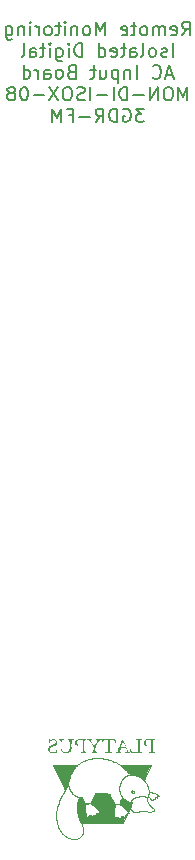
<source format=gbr>
%TF.GenerationSoftware,KiCad,Pcbnew,9.0.2*%
%TF.CreationDate,2025-07-04T16:23:48+10:00*%
%TF.ProjectId,v8a_equip_digital_in_iso_IDC,7638615f-6571-4756-9970-5f6469676974,rev?*%
%TF.SameCoordinates,Original*%
%TF.FileFunction,Legend,Bot*%
%TF.FilePolarity,Positive*%
%FSLAX46Y46*%
G04 Gerber Fmt 4.6, Leading zero omitted, Abs format (unit mm)*
G04 Created by KiCad (PCBNEW 9.0.2) date 2025-07-04 16:23:48*
%MOMM*%
%LPD*%
G01*
G04 APERTURE LIST*
%ADD10C,0.066145*%
%ADD11C,0.053477*%
%ADD12C,0.203200*%
%ADD13C,0.100000*%
%ADD14R,1.700000X1.700000*%
%ADD15C,1.700000*%
%ADD16C,3.500000*%
%ADD17R,1.000000X1.000000*%
%ADD18C,1.000000*%
%ADD19R,1.600000X1.600000*%
%ADD20C,1.600000*%
%ADD21R,1.650000X1.650000*%
%ADD22C,1.650000*%
G04 APERTURE END LIST*
D10*
X41968407Y-74972571D02*
X42094312Y-74978870D01*
X42226051Y-74990313D01*
X42362657Y-75007048D01*
X42503163Y-75029227D01*
X42646600Y-75057000D01*
X42792002Y-75090515D01*
X42938400Y-75129925D01*
X43084828Y-75175378D01*
X43230318Y-75227025D01*
X43373902Y-75285016D01*
X43514613Y-75349500D01*
X43651483Y-75420629D01*
X43707643Y-75452902D01*
X43760850Y-75485499D01*
X43811289Y-75518378D01*
X43859145Y-75551499D01*
X43947847Y-75618298D01*
X44028431Y-75685562D01*
X44102375Y-75752957D01*
X44171155Y-75820151D01*
X44299132Y-75952603D01*
X44361283Y-76017195D01*
X44424178Y-76080252D01*
X44489293Y-76141443D01*
X44558106Y-76200434D01*
X44632094Y-76256892D01*
X44671490Y-76284067D01*
X44712733Y-76310484D01*
X44756008Y-76336100D01*
X44801500Y-76360876D01*
X44849394Y-76384768D01*
X44899873Y-76407736D01*
X44844352Y-76400595D01*
X44790366Y-76396885D01*
X44737912Y-76396460D01*
X44686987Y-76399179D01*
X44637586Y-76404898D01*
X44589706Y-76413473D01*
X44543343Y-76424762D01*
X44498493Y-76438621D01*
X44455154Y-76454907D01*
X44413321Y-76473477D01*
X44372990Y-76494187D01*
X44334158Y-76516895D01*
X44296821Y-76541457D01*
X44260976Y-76567729D01*
X44226618Y-76595570D01*
X44193745Y-76624835D01*
X44132437Y-76687065D01*
X44077021Y-76753274D01*
X44027469Y-76822317D01*
X43983752Y-76893047D01*
X43945839Y-76964319D01*
X43913701Y-77034987D01*
X43887310Y-77103905D01*
X43866636Y-77169927D01*
X43848292Y-77239498D01*
X43832818Y-77309475D01*
X43820444Y-77379797D01*
X43811401Y-77450400D01*
X43805920Y-77521223D01*
X43804233Y-77592204D01*
X43806569Y-77663279D01*
X43813160Y-77734388D01*
X43824237Y-77805467D01*
X43840030Y-77876455D01*
X43860770Y-77947289D01*
X43886689Y-78017906D01*
X43918018Y-78088246D01*
X43954986Y-78158245D01*
X43997825Y-78227841D01*
X44046766Y-78296972D01*
X44029098Y-78336511D01*
X44010968Y-78373034D01*
X43992619Y-78407097D01*
X43974291Y-78439257D01*
X43938670Y-78500092D01*
X43921860Y-78529880D01*
X43906039Y-78559990D01*
X43891450Y-78590979D01*
X43878334Y-78623403D01*
X43872404Y-78640326D01*
X43866933Y-78657818D01*
X43861951Y-78675946D01*
X43857489Y-78694781D01*
X43853577Y-78714391D01*
X43850244Y-78734848D01*
X43847522Y-78756219D01*
X43845440Y-78778576D01*
X43844028Y-78801986D01*
X43843318Y-78826521D01*
X43843338Y-78852249D01*
X43844120Y-78879239D01*
X43783383Y-78885158D01*
X43728803Y-78889552D01*
X43677624Y-78892072D01*
X43652448Y-78892519D01*
X43627089Y-78892365D01*
X43601203Y-78891566D01*
X43574444Y-78890079D01*
X43546469Y-78887860D01*
X43516932Y-78884864D01*
X43485490Y-78881048D01*
X43451798Y-78876368D01*
X43376285Y-78864240D01*
X43366746Y-78836966D01*
X43356466Y-78810398D01*
X43333950Y-78759154D01*
X43309264Y-78710064D01*
X43282937Y-78662679D01*
X43255495Y-78616554D01*
X43227467Y-78571241D01*
X43171764Y-78481268D01*
X43145143Y-78435714D01*
X43120047Y-78389187D01*
X43097004Y-78341239D01*
X43076540Y-78291424D01*
X43067441Y-78265677D01*
X43059184Y-78239296D01*
X43051836Y-78212225D01*
X43045464Y-78184408D01*
X43040131Y-78155789D01*
X43035906Y-78126313D01*
X43032854Y-78095924D01*
X43031040Y-78064565D01*
X42988426Y-78045788D01*
X42934638Y-78026342D01*
X42870992Y-78006727D01*
X42798803Y-77987445D01*
X42719388Y-77968999D01*
X42634061Y-77951888D01*
X42544139Y-77936615D01*
X42450937Y-77923682D01*
X42355771Y-77913589D01*
X42259956Y-77906838D01*
X42164808Y-77903931D01*
X42071643Y-77905370D01*
X41981776Y-77911655D01*
X41896522Y-77923288D01*
X41817198Y-77940771D01*
X41780171Y-77951863D01*
X41745120Y-77964605D01*
X41745122Y-77964612D01*
X41722551Y-78036741D01*
X41696606Y-78105177D01*
X41668014Y-78170090D01*
X41637506Y-78231654D01*
X41605811Y-78290041D01*
X41573658Y-78345422D01*
X41510893Y-78447856D01*
X41455048Y-78540333D01*
X41431543Y-78583268D01*
X41411956Y-78624230D01*
X41397015Y-78663390D01*
X41391515Y-78682349D01*
X41387451Y-78700922D01*
X41384912Y-78719131D01*
X41383992Y-78736997D01*
X41384779Y-78754542D01*
X41387367Y-78771787D01*
X41285420Y-78799745D01*
X41231690Y-78813255D01*
X41203470Y-78819380D01*
X41174091Y-78824890D01*
X41143363Y-78829639D01*
X41111096Y-78833480D01*
X41077100Y-78836266D01*
X41041183Y-78837852D01*
X41003156Y-78838090D01*
X40962827Y-78836835D01*
X40920006Y-78833940D01*
X40874502Y-78829259D01*
X40873218Y-78817263D01*
X40870825Y-78804716D01*
X40867400Y-78791637D01*
X40863021Y-78778045D01*
X40851713Y-78749405D01*
X40837525Y-78718953D01*
X40821079Y-78686847D01*
X40802998Y-78653243D01*
X40764425Y-78582173D01*
X40745179Y-78545021D01*
X40726790Y-78507002D01*
X40709882Y-78468273D01*
X40695077Y-78428991D01*
X40688659Y-78409192D01*
X40682999Y-78389313D01*
X40678177Y-78369376D01*
X40674271Y-78349398D01*
X40671357Y-78329400D01*
X40669515Y-78309402D01*
X40668821Y-78289423D01*
X40669354Y-78269483D01*
X40631977Y-78274103D01*
X40596554Y-78277629D01*
X40562750Y-78280020D01*
X40530232Y-78281237D01*
X40498668Y-78281238D01*
X40467722Y-78279983D01*
X40437062Y-78277433D01*
X40406355Y-78273546D01*
X40375266Y-78268284D01*
X40343463Y-78261604D01*
X40310612Y-78253467D01*
X40276379Y-78243833D01*
X40240431Y-78232662D01*
X40202435Y-78219913D01*
X40162056Y-78205545D01*
X40118962Y-78189519D01*
X40088639Y-78176457D01*
X40057798Y-78160752D01*
X40026566Y-78142482D01*
X39995070Y-78121730D01*
X39963436Y-78098574D01*
X39931792Y-78073096D01*
X39900264Y-78045374D01*
X39868979Y-78015489D01*
X39838065Y-77983521D01*
X39807647Y-77949550D01*
X39777854Y-77913657D01*
X39748811Y-77875921D01*
X39720646Y-77836422D01*
X39693485Y-77795241D01*
X39667456Y-77752457D01*
X39642685Y-77708151D01*
X39619300Y-77662403D01*
X39597427Y-77615292D01*
X39577192Y-77566900D01*
X39558724Y-77517305D01*
X39542149Y-77466588D01*
X39527593Y-77414830D01*
X39515184Y-77362109D01*
X39505048Y-77308507D01*
X39497313Y-77254103D01*
X39492105Y-77198978D01*
X39489551Y-77143211D01*
X39489779Y-77086883D01*
X39492914Y-77030073D01*
X39499084Y-76972862D01*
X39508416Y-76915330D01*
X39521037Y-76857557D01*
X39557316Y-76723150D01*
X39601123Y-76585068D01*
X39653418Y-76444614D01*
X39715160Y-76303091D01*
X39787310Y-76161802D01*
X39870827Y-76022051D01*
X39966673Y-75885141D01*
X40019519Y-75818158D01*
X40075807Y-75752374D01*
X40135658Y-75687952D01*
X40199190Y-75625055D01*
X40266525Y-75563845D01*
X40337781Y-75504486D01*
X40413080Y-75447140D01*
X40492541Y-75391970D01*
X40576285Y-75339139D01*
X40664430Y-75288810D01*
X40757098Y-75241147D01*
X40854408Y-75196311D01*
X40956481Y-75154466D01*
X41063435Y-75115774D01*
X41175393Y-75080399D01*
X41292472Y-75048503D01*
X41414794Y-75020250D01*
X41542478Y-74995802D01*
X41635371Y-74983030D01*
X41737969Y-74974801D01*
X41849303Y-74971264D01*
X41968407Y-74972571D01*
X41390706Y-78788181D02*
X41399766Y-78801776D01*
X41419909Y-78828127D01*
X41442545Y-78853483D01*
X41467424Y-78877989D01*
X41494296Y-78901793D01*
X41522913Y-78925040D01*
X41553025Y-78947877D01*
X41584383Y-78970451D01*
X41717290Y-79061038D01*
X41784741Y-79108558D01*
X41817844Y-79133387D01*
X41850198Y-79159124D01*
X41865728Y-79172573D01*
X41880880Y-79187090D01*
X41895646Y-79202588D01*
X41910016Y-79218977D01*
X41937524Y-79254079D01*
X41963324Y-79291687D01*
X41987336Y-79331097D01*
X42009479Y-79371602D01*
X42029672Y-79412495D01*
X42047835Y-79453069D01*
X42063888Y-79492618D01*
X42077749Y-79530436D01*
X42089338Y-79565816D01*
X42098574Y-79598051D01*
X42105378Y-79626435D01*
X42109668Y-79650262D01*
X42111363Y-79668825D01*
X42111213Y-79675911D01*
X42110384Y-79681417D01*
X42108211Y-79685685D01*
X42105463Y-79689152D01*
X42102165Y-79691862D01*
X42098344Y-79693863D01*
X42094024Y-79695201D01*
X42089231Y-79695923D01*
X42083991Y-79696076D01*
X42078329Y-79695707D01*
X42065845Y-79693587D01*
X42051982Y-79689936D01*
X42036947Y-79685129D01*
X42020945Y-79679539D01*
X41986858Y-79667502D01*
X41969184Y-79661802D01*
X41951364Y-79656812D01*
X41933602Y-79652906D01*
X41916105Y-79650458D01*
X41907519Y-79649897D01*
X41899076Y-79649840D01*
X41890802Y-79650334D01*
X41882722Y-79651426D01*
X41875101Y-79653503D01*
X41868168Y-79656421D01*
X41861890Y-79660124D01*
X41856238Y-79664560D01*
X41851179Y-79669675D01*
X41846682Y-79675416D01*
X41842717Y-79681728D01*
X41839252Y-79688559D01*
X41836256Y-79695855D01*
X41833698Y-79703563D01*
X41831547Y-79711628D01*
X41829772Y-79719997D01*
X41827223Y-79737434D01*
X41825803Y-79755447D01*
X41825262Y-79773605D01*
X41825352Y-79791482D01*
X41826427Y-79824677D01*
X41827034Y-79851605D01*
X41826539Y-79861649D01*
X41825179Y-79868840D01*
X41822702Y-79870490D01*
X41819966Y-79871258D01*
X41816976Y-79871200D01*
X41813735Y-79870373D01*
X41810249Y-79868832D01*
X41806522Y-79866633D01*
X41798363Y-79860485D01*
X41789295Y-79852374D01*
X41779355Y-79842748D01*
X41757005Y-79820736D01*
X41744669Y-79809243D01*
X41731607Y-79798021D01*
X41717856Y-79787517D01*
X41710733Y-79782673D01*
X41703452Y-79778176D01*
X41696017Y-79774082D01*
X41688433Y-79770447D01*
X41680704Y-79767325D01*
X41672835Y-79764774D01*
X41664830Y-79762849D01*
X41656695Y-79761606D01*
X41648433Y-79761100D01*
X41640049Y-79761388D01*
X41631624Y-79762763D01*
X41623692Y-79764977D01*
X41616232Y-79767975D01*
X41609226Y-79771703D01*
X41602651Y-79776106D01*
X41596489Y-79781130D01*
X41590719Y-79786720D01*
X41585322Y-79792822D01*
X41580276Y-79799382D01*
X41575561Y-79806345D01*
X41571158Y-79813657D01*
X41567047Y-79821263D01*
X41559617Y-79837139D01*
X41553111Y-79853539D01*
X41547367Y-79870026D01*
X41542225Y-79886166D01*
X41533097Y-79915661D01*
X41528790Y-79928145D01*
X41524439Y-79938539D01*
X41522196Y-79942816D01*
X41519882Y-79946407D01*
X41517476Y-79949258D01*
X41514959Y-79951314D01*
X41511345Y-79953132D01*
X41507537Y-79953497D01*
X41503531Y-79952510D01*
X41499323Y-79950270D01*
X41494910Y-79946876D01*
X41490288Y-79942430D01*
X41480403Y-79930775D01*
X41431774Y-79861975D01*
X41417199Y-79843219D01*
X41401597Y-79825437D01*
X41393402Y-79817160D01*
X41384939Y-79809426D01*
X41376206Y-79802335D01*
X41367197Y-79795985D01*
X41357910Y-79790478D01*
X41348341Y-79785912D01*
X41338486Y-79782388D01*
X41328341Y-79780005D01*
X41317904Y-79778863D01*
X41307169Y-79779061D01*
X41296134Y-79780700D01*
X41284795Y-79783879D01*
X41273826Y-79788262D01*
X41263422Y-79793402D01*
X41253560Y-79799239D01*
X41244219Y-79805711D01*
X41235376Y-79812756D01*
X41227010Y-79820311D01*
X41219098Y-79828317D01*
X41211618Y-79836709D01*
X41204549Y-79845428D01*
X41197868Y-79854411D01*
X41185584Y-79872921D01*
X41174589Y-79891746D01*
X41164709Y-79910392D01*
X41147588Y-79945169D01*
X41139994Y-79960311D01*
X41132812Y-79973297D01*
X41129319Y-79978827D01*
X41125863Y-79983633D01*
X41122422Y-79987652D01*
X41118974Y-79990824D01*
X41115496Y-79993085D01*
X41111967Y-79994376D01*
X41108365Y-79994633D01*
X41104667Y-79993795D01*
X41084494Y-79982999D01*
X41065690Y-79968110D01*
X41048200Y-79949369D01*
X41031971Y-79927018D01*
X41016950Y-79901297D01*
X41003083Y-79872448D01*
X40978597Y-79806328D01*
X40958084Y-79730589D01*
X40941114Y-79647159D01*
X40927260Y-79557967D01*
X40916092Y-79464942D01*
X40900100Y-79275112D01*
X40889707Y-79093100D01*
X40881484Y-78934341D01*
X40872000Y-78814267D01*
X40909283Y-78816728D01*
X40946055Y-78818494D01*
X40982270Y-78819571D01*
X41017884Y-78819967D01*
X41052852Y-78819690D01*
X41087132Y-78818747D01*
X41120679Y-78817145D01*
X41153449Y-78814891D01*
X41185399Y-78811993D01*
X41216483Y-78808458D01*
X41246658Y-78804294D01*
X41275881Y-78799507D01*
X41304107Y-78794105D01*
X41331292Y-78788095D01*
X41357392Y-78781485D01*
X41382363Y-78774282D01*
X41390706Y-78788181D01*
D11*
X42266946Y-77904788D02*
X42362754Y-77911541D01*
X42457912Y-77921637D01*
X42551107Y-77934573D01*
X42641022Y-77949849D01*
X42726341Y-77966962D01*
X42805750Y-77985411D01*
X42877934Y-78004695D01*
X42941576Y-78024311D01*
X42995361Y-78043759D01*
X43037974Y-78062536D01*
X43039788Y-78093895D01*
X43042841Y-78124284D01*
X43047068Y-78153759D01*
X43052401Y-78182376D01*
X43058776Y-78210191D01*
X43066126Y-78237260D01*
X43074385Y-78263638D01*
X43083487Y-78289381D01*
X43103957Y-78339188D01*
X43127007Y-78387127D01*
X43152110Y-78433645D01*
X43178738Y-78479188D01*
X43234457Y-78569141D01*
X43262491Y-78614444D01*
X43289938Y-78660561D01*
X43316270Y-78707938D01*
X43340959Y-78757023D01*
X43363477Y-78808263D01*
X43373757Y-78834830D01*
X43383296Y-78862104D01*
X43384102Y-78862268D01*
X43384844Y-78862398D01*
X43385541Y-78862505D01*
X43386216Y-78862601D01*
X43386890Y-78862696D01*
X43387583Y-78862804D01*
X43388318Y-78862936D01*
X43389114Y-78863103D01*
X43396382Y-78907636D01*
X43401338Y-78953311D01*
X43404228Y-78999867D01*
X43405297Y-79047045D01*
X43404793Y-79094584D01*
X43402960Y-79142224D01*
X43396295Y-79236767D01*
X43377857Y-79415616D01*
X43370021Y-79495758D01*
X43367310Y-79532598D01*
X43365732Y-79566938D01*
X43365779Y-79601041D01*
X43366810Y-79637350D01*
X43368751Y-79675256D01*
X43371530Y-79714151D01*
X43375072Y-79753428D01*
X43379303Y-79792478D01*
X43384151Y-79830693D01*
X43389541Y-79867467D01*
X43395401Y-79902191D01*
X43401656Y-79934257D01*
X43408233Y-79963057D01*
X43415058Y-79987984D01*
X43422058Y-80008430D01*
X43429159Y-80023787D01*
X43432724Y-80029367D01*
X43436288Y-80033447D01*
X43439839Y-80035950D01*
X43443370Y-80036802D01*
X43447771Y-80037608D01*
X43452071Y-80037716D01*
X43456287Y-80037173D01*
X43460436Y-80036028D01*
X43464536Y-80034328D01*
X43468603Y-80032122D01*
X43472653Y-80029457D01*
X43476705Y-80026382D01*
X43484881Y-80019194D01*
X43493264Y-80010940D01*
X43511198Y-79992775D01*
X43521021Y-79983632D01*
X43526206Y-79979214D01*
X43531595Y-79974962D01*
X43537207Y-79970924D01*
X43543057Y-79967148D01*
X43549163Y-79963682D01*
X43555541Y-79960574D01*
X43562210Y-79957873D01*
X43569185Y-79955626D01*
X43576483Y-79953881D01*
X43584123Y-79952687D01*
X43592120Y-79952091D01*
X43600491Y-79952141D01*
X43609254Y-79952886D01*
X43618426Y-79954374D01*
X43627919Y-79956514D01*
X43637175Y-79959163D01*
X43646202Y-79962289D01*
X43655012Y-79965860D01*
X43663615Y-79969842D01*
X43672022Y-79974204D01*
X43680243Y-79978912D01*
X43688288Y-79983935D01*
X43696169Y-79989240D01*
X43703896Y-79994794D01*
X43718928Y-80006520D01*
X43733469Y-80018854D01*
X43747604Y-80031535D01*
X43774990Y-80056902D01*
X43788409Y-80069067D01*
X43801758Y-80080540D01*
X43815122Y-80091062D01*
X43821835Y-80095884D01*
X43828583Y-80100372D01*
X43835377Y-80104491D01*
X43842227Y-80108210D01*
X43849144Y-80111496D01*
X43856138Y-80114316D01*
X43862399Y-80113146D01*
X43868080Y-80111080D01*
X43873232Y-80108173D01*
X43877907Y-80104481D01*
X43882155Y-80100060D01*
X43886026Y-80094966D01*
X43889572Y-80089255D01*
X43892844Y-80082983D01*
X43898767Y-80068977D01*
X43904203Y-80053397D01*
X43915239Y-80019300D01*
X43921653Y-80001676D01*
X43929207Y-79984265D01*
X43933538Y-79975779D01*
X43938307Y-79967514D01*
X43943565Y-79959525D01*
X43949361Y-79951869D01*
X43955748Y-79944601D01*
X43962775Y-79937777D01*
X43970494Y-79931453D01*
X43978956Y-79925686D01*
X43988212Y-79920530D01*
X43998311Y-79916042D01*
X44009306Y-79912277D01*
X44021247Y-79909291D01*
X44027903Y-79908492D01*
X44035178Y-79908405D01*
X44043029Y-79908979D01*
X44051416Y-79910165D01*
X44069634Y-79914173D01*
X44089501Y-79920029D01*
X44110687Y-79927336D01*
X44132862Y-79935693D01*
X44178862Y-79953963D01*
X44224861Y-79971646D01*
X44247036Y-79979270D01*
X44268221Y-79985551D01*
X44288087Y-79990089D01*
X44297422Y-79991579D01*
X44306303Y-79992485D01*
X44314690Y-79992755D01*
X44322541Y-79992340D01*
X44329815Y-79991190D01*
X44336470Y-79989255D01*
X44339823Y-79987509D01*
X44342418Y-79985097D01*
X44344318Y-79982040D01*
X44345586Y-79978359D01*
X44346286Y-79974077D01*
X44346481Y-79969214D01*
X44345608Y-79957832D01*
X44334559Y-79893385D01*
X44332438Y-79873403D01*
X44331585Y-79852215D01*
X44332506Y-79829996D01*
X44333790Y-79818552D01*
X44335707Y-79806915D01*
X44338321Y-79795106D01*
X44341694Y-79783146D01*
X44345891Y-79771057D01*
X44350974Y-79758860D01*
X44357006Y-79746577D01*
X44364051Y-79734229D01*
X44372173Y-79721837D01*
X44381433Y-79709424D01*
X44384821Y-79705467D01*
X44388274Y-79701726D01*
X44391789Y-79698196D01*
X44395363Y-79694870D01*
X44398992Y-79691744D01*
X44402674Y-79688810D01*
X44410184Y-79683499D01*
X44417868Y-79678890D01*
X44425702Y-79674936D01*
X44433660Y-79671591D01*
X44441720Y-79668806D01*
X44449855Y-79666536D01*
X44458042Y-79664733D01*
X44466256Y-79663351D01*
X44474473Y-79662343D01*
X44482668Y-79661661D01*
X44490817Y-79661259D01*
X44498896Y-79661090D01*
X44506879Y-79661107D01*
X44410370Y-79861348D01*
X44119560Y-80458471D01*
X40588690Y-80459607D01*
X40485509Y-80263878D01*
X40433636Y-80157194D01*
X40408259Y-80100083D01*
X40383495Y-80039862D01*
X40359524Y-79976085D01*
X40336526Y-79908305D01*
X40314681Y-79836074D01*
X40294169Y-79758947D01*
X40275169Y-79676475D01*
X40257863Y-79588211D01*
X40242429Y-79493709D01*
X40229048Y-79392522D01*
X40223855Y-79340194D01*
X40220500Y-79287958D01*
X40218873Y-79235917D01*
X40218863Y-79184173D01*
X40220361Y-79132830D01*
X40223257Y-79081990D01*
X40227442Y-79031757D01*
X40232807Y-78982233D01*
X40246634Y-78885725D01*
X40263862Y-78793290D01*
X40283613Y-78705750D01*
X40305009Y-78623929D01*
X40327174Y-78548651D01*
X40349231Y-78480738D01*
X40370300Y-78421015D01*
X40389507Y-78370304D01*
X40418819Y-78299213D01*
X40430150Y-78274053D01*
X40459690Y-78277573D01*
X40488408Y-78279689D01*
X40516892Y-78280483D01*
X40545730Y-78280034D01*
X40575508Y-78278424D01*
X40606815Y-78275733D01*
X40640237Y-78272042D01*
X40676363Y-78267430D01*
X40675823Y-78286871D01*
X40676444Y-78306345D01*
X40678154Y-78325836D01*
X40680882Y-78345323D01*
X40684555Y-78364791D01*
X40689102Y-78384220D01*
X40694451Y-78403593D01*
X40700531Y-78422892D01*
X40714596Y-78461195D01*
X40730722Y-78498985D01*
X40748336Y-78536118D01*
X40766865Y-78572451D01*
X40838656Y-78706893D01*
X40853154Y-78737062D01*
X40865125Y-78765567D01*
X40873996Y-78792263D01*
X40877089Y-78804888D01*
X40879192Y-78817006D01*
X40888546Y-78937982D01*
X40896760Y-79096750D01*
X40907219Y-79278110D01*
X40923307Y-79466861D01*
X40934518Y-79559257D01*
X40948405Y-79647800D01*
X40965391Y-79730590D01*
X40985898Y-79805726D01*
X40997605Y-79839831D01*
X41010351Y-79871309D01*
X41024188Y-79899924D01*
X41039170Y-79925438D01*
X41055350Y-79947614D01*
X41072781Y-79966214D01*
X41091514Y-79981000D01*
X41111604Y-79991735D01*
X41115302Y-79992573D01*
X41118905Y-79992316D01*
X41122435Y-79991025D01*
X41125914Y-79988763D01*
X41129365Y-79985591D01*
X41132808Y-79981571D01*
X41139763Y-79971234D01*
X41146952Y-79958246D01*
X41154554Y-79943101D01*
X41171693Y-79908321D01*
X41181582Y-79889673D01*
X41192584Y-79870845D01*
X41204876Y-79852333D01*
X41211561Y-79843350D01*
X41218633Y-79834630D01*
X41226116Y-79826237D01*
X41234031Y-79818231D01*
X41242400Y-79810674D01*
X41251245Y-79803629D01*
X41260588Y-79797157D01*
X41270451Y-79791320D01*
X41280856Y-79786179D01*
X41291824Y-79781797D01*
X41303163Y-79778617D01*
X41314198Y-79776978D01*
X41324931Y-79776780D01*
X41335368Y-79777922D01*
X41345511Y-79780305D01*
X41355364Y-79783829D01*
X41364931Y-79788395D01*
X41374215Y-79793902D01*
X41383221Y-79800252D01*
X41391952Y-79807343D01*
X41400411Y-79815077D01*
X41408603Y-79823354D01*
X41424198Y-79841136D01*
X41438767Y-79859892D01*
X41487371Y-79928693D01*
X41497251Y-79940347D01*
X41501871Y-79944794D01*
X41506283Y-79948187D01*
X41510489Y-79950427D01*
X41514494Y-79951414D01*
X41518302Y-79951049D01*
X41521916Y-79949231D01*
X41524433Y-79947176D01*
X41526838Y-79944326D01*
X41529152Y-79940735D01*
X41531394Y-79936459D01*
X41535743Y-79926067D01*
X41540048Y-79913585D01*
X41549171Y-79884094D01*
X41554311Y-79867956D01*
X41560051Y-79851470D01*
X41566554Y-79835072D01*
X41573981Y-79819197D01*
X41578091Y-79811592D01*
X41582493Y-79804282D01*
X41587206Y-79797319D01*
X41592251Y-79790760D01*
X41597647Y-79784658D01*
X41603416Y-79779068D01*
X41609577Y-79774045D01*
X41616150Y-79769642D01*
X41623156Y-79765915D01*
X41630615Y-79762917D01*
X41638547Y-79760703D01*
X41646971Y-79759328D01*
X41655355Y-79759040D01*
X41663617Y-79759546D01*
X41671753Y-79760790D01*
X41679757Y-79762716D01*
X41687626Y-79765268D01*
X41695355Y-79768390D01*
X41702940Y-79772027D01*
X41710374Y-79776122D01*
X41717655Y-79780620D01*
X41724778Y-79785465D01*
X41731737Y-79790602D01*
X41738529Y-79795973D01*
X41751592Y-79807198D01*
X41763928Y-79818694D01*
X41786278Y-79840713D01*
X41796218Y-79850341D01*
X41805286Y-79858454D01*
X41809481Y-79861802D01*
X41813445Y-79864604D01*
X41817172Y-79866803D01*
X41820658Y-79868345D01*
X41823898Y-79869172D01*
X41826889Y-79869229D01*
X41829624Y-79868461D01*
X41832101Y-79866811D01*
X41832905Y-79863598D01*
X41833462Y-79859619D01*
X41833960Y-79849575D01*
X41833362Y-79822646D01*
X41832300Y-79789450D01*
X41832217Y-79771572D01*
X41832764Y-79753412D01*
X41834191Y-79735399D01*
X41836747Y-79717961D01*
X41838525Y-79709591D01*
X41840680Y-79701525D01*
X41843240Y-79693817D01*
X41846239Y-79686520D01*
X41849706Y-79679689D01*
X41853674Y-79673375D01*
X41858172Y-79667634D01*
X41863233Y-79662518D01*
X41868887Y-79658082D01*
X41875165Y-79654377D01*
X41882099Y-79651459D01*
X41889720Y-79649381D01*
X41897800Y-79648290D01*
X41906074Y-79647796D01*
X41914516Y-79647853D01*
X41923101Y-79648415D01*
X41931804Y-79649433D01*
X41940598Y-79650863D01*
X41949458Y-79652657D01*
X41958358Y-79654768D01*
X41976176Y-79659757D01*
X41993848Y-79665456D01*
X42027931Y-79677489D01*
X42043931Y-79683078D01*
X42058964Y-79687883D01*
X42072824Y-79691532D01*
X42079251Y-79692806D01*
X42085307Y-79693650D01*
X42090968Y-79694019D01*
X42096207Y-79693865D01*
X42100999Y-79693142D01*
X42105319Y-79691804D01*
X42109140Y-79689802D01*
X42112437Y-79687092D01*
X42115185Y-79683626D01*
X42117357Y-79679357D01*
X42118336Y-79666764D01*
X42116641Y-79648201D01*
X42112351Y-79624373D01*
X42105547Y-79595987D01*
X42096310Y-79563750D01*
X42084720Y-79528368D01*
X42070859Y-79490548D01*
X42054806Y-79450997D01*
X42036642Y-79410420D01*
X42016448Y-79369525D01*
X41994304Y-79329017D01*
X41970292Y-79289605D01*
X41944491Y-79251994D01*
X41916982Y-79216890D01*
X41887847Y-79185001D01*
X41872694Y-79170483D01*
X41857164Y-79157033D01*
X41824811Y-79131297D01*
X41791710Y-79106468D01*
X41758111Y-79082400D01*
X41724264Y-79058947D01*
X41591368Y-78968352D01*
X41560013Y-78945777D01*
X41529904Y-78922938D01*
X41501290Y-78899689D01*
X41474420Y-78875884D01*
X41449543Y-78851377D01*
X41426908Y-78826020D01*
X41416509Y-78812978D01*
X41406764Y-78799669D01*
X41397705Y-78786074D01*
X41389361Y-78772176D01*
X41385915Y-78773161D01*
X41382324Y-78774069D01*
X41378630Y-78774923D01*
X41374873Y-78775746D01*
X41367336Y-78777381D01*
X41363638Y-78778237D01*
X41360041Y-78779149D01*
X41377210Y-78774375D01*
X41385830Y-78772006D01*
X41394405Y-78769727D01*
X41391817Y-78752482D01*
X41391029Y-78734938D01*
X41391949Y-78717072D01*
X41394487Y-78698864D01*
X41398550Y-78680291D01*
X41404049Y-78661332D01*
X41418988Y-78622172D01*
X41438573Y-78581210D01*
X41462076Y-78538274D01*
X41517916Y-78445795D01*
X41580676Y-78343359D01*
X41612828Y-78287977D01*
X41644522Y-78229589D01*
X41675029Y-78168024D01*
X41703619Y-78103110D01*
X41729564Y-78034674D01*
X41752135Y-77962545D01*
X41787186Y-77949803D01*
X41824213Y-77938711D01*
X41903534Y-77921229D01*
X41988783Y-77909597D01*
X42078645Y-77903314D01*
X42171805Y-77901878D01*
X42266946Y-77904788D01*
G36*
X42266946Y-77904788D02*
G01*
X42362754Y-77911541D01*
X42457912Y-77921637D01*
X42551107Y-77934573D01*
X42641022Y-77949849D01*
X42726341Y-77966962D01*
X42805750Y-77985411D01*
X42877934Y-78004695D01*
X42941576Y-78024311D01*
X42995361Y-78043759D01*
X43037974Y-78062536D01*
X43039788Y-78093895D01*
X43042841Y-78124284D01*
X43047068Y-78153759D01*
X43052401Y-78182376D01*
X43058776Y-78210191D01*
X43066126Y-78237260D01*
X43074385Y-78263638D01*
X43083487Y-78289381D01*
X43103957Y-78339188D01*
X43127007Y-78387127D01*
X43152110Y-78433645D01*
X43178738Y-78479188D01*
X43234457Y-78569141D01*
X43262491Y-78614444D01*
X43289938Y-78660561D01*
X43316270Y-78707938D01*
X43340959Y-78757023D01*
X43363477Y-78808263D01*
X43373757Y-78834830D01*
X43383296Y-78862104D01*
X43384102Y-78862268D01*
X43384844Y-78862398D01*
X43385541Y-78862505D01*
X43386216Y-78862601D01*
X43386890Y-78862696D01*
X43387583Y-78862804D01*
X43388318Y-78862936D01*
X43389114Y-78863103D01*
X43396382Y-78907636D01*
X43401338Y-78953311D01*
X43404228Y-78999867D01*
X43405297Y-79047045D01*
X43404793Y-79094584D01*
X43402960Y-79142224D01*
X43396295Y-79236767D01*
X43377857Y-79415616D01*
X43370021Y-79495758D01*
X43367310Y-79532598D01*
X43365732Y-79566938D01*
X43365779Y-79601041D01*
X43366810Y-79637350D01*
X43368751Y-79675256D01*
X43371530Y-79714151D01*
X43375072Y-79753428D01*
X43379303Y-79792478D01*
X43384151Y-79830693D01*
X43389541Y-79867467D01*
X43395401Y-79902191D01*
X43401656Y-79934257D01*
X43408233Y-79963057D01*
X43415058Y-79987984D01*
X43422058Y-80008430D01*
X43429159Y-80023787D01*
X43432724Y-80029367D01*
X43436288Y-80033447D01*
X43439839Y-80035950D01*
X43443370Y-80036802D01*
X43447771Y-80037608D01*
X43452071Y-80037716D01*
X43456287Y-80037173D01*
X43460436Y-80036028D01*
X43464536Y-80034328D01*
X43468603Y-80032122D01*
X43472653Y-80029457D01*
X43476705Y-80026382D01*
X43484881Y-80019194D01*
X43493264Y-80010940D01*
X43511198Y-79992775D01*
X43521021Y-79983632D01*
X43526206Y-79979214D01*
X43531595Y-79974962D01*
X43537207Y-79970924D01*
X43543057Y-79967148D01*
X43549163Y-79963682D01*
X43555541Y-79960574D01*
X43562210Y-79957873D01*
X43569185Y-79955626D01*
X43576483Y-79953881D01*
X43584123Y-79952687D01*
X43592120Y-79952091D01*
X43600491Y-79952141D01*
X43609254Y-79952886D01*
X43618426Y-79954374D01*
X43627919Y-79956514D01*
X43637175Y-79959163D01*
X43646202Y-79962289D01*
X43655012Y-79965860D01*
X43663615Y-79969842D01*
X43672022Y-79974204D01*
X43680243Y-79978912D01*
X43688288Y-79983935D01*
X43696169Y-79989240D01*
X43703896Y-79994794D01*
X43718928Y-80006520D01*
X43733469Y-80018854D01*
X43747604Y-80031535D01*
X43774990Y-80056902D01*
X43788409Y-80069067D01*
X43801758Y-80080540D01*
X43815122Y-80091062D01*
X43821835Y-80095884D01*
X43828583Y-80100372D01*
X43835377Y-80104491D01*
X43842227Y-80108210D01*
X43849144Y-80111496D01*
X43856138Y-80114316D01*
X43862399Y-80113146D01*
X43868080Y-80111080D01*
X43873232Y-80108173D01*
X43877907Y-80104481D01*
X43882155Y-80100060D01*
X43886026Y-80094966D01*
X43889572Y-80089255D01*
X43892844Y-80082983D01*
X43898767Y-80068977D01*
X43904203Y-80053397D01*
X43915239Y-80019300D01*
X43921653Y-80001676D01*
X43929207Y-79984265D01*
X43933538Y-79975779D01*
X43938307Y-79967514D01*
X43943565Y-79959525D01*
X43949361Y-79951869D01*
X43955748Y-79944601D01*
X43962775Y-79937777D01*
X43970494Y-79931453D01*
X43978956Y-79925686D01*
X43988212Y-79920530D01*
X43998311Y-79916042D01*
X44009306Y-79912277D01*
X44021247Y-79909291D01*
X44027903Y-79908492D01*
X44035178Y-79908405D01*
X44043029Y-79908979D01*
X44051416Y-79910165D01*
X44069634Y-79914173D01*
X44089501Y-79920029D01*
X44110687Y-79927336D01*
X44132862Y-79935693D01*
X44178862Y-79953963D01*
X44224861Y-79971646D01*
X44247036Y-79979270D01*
X44268221Y-79985551D01*
X44288087Y-79990089D01*
X44297422Y-79991579D01*
X44306303Y-79992485D01*
X44314690Y-79992755D01*
X44322541Y-79992340D01*
X44329815Y-79991190D01*
X44336470Y-79989255D01*
X44339823Y-79987509D01*
X44342418Y-79985097D01*
X44344318Y-79982040D01*
X44345586Y-79978359D01*
X44346286Y-79974077D01*
X44346481Y-79969214D01*
X44345608Y-79957832D01*
X44334559Y-79893385D01*
X44332438Y-79873403D01*
X44331585Y-79852215D01*
X44332506Y-79829996D01*
X44333790Y-79818552D01*
X44335707Y-79806915D01*
X44338321Y-79795106D01*
X44341694Y-79783146D01*
X44345891Y-79771057D01*
X44350974Y-79758860D01*
X44357006Y-79746577D01*
X44364051Y-79734229D01*
X44372173Y-79721837D01*
X44381433Y-79709424D01*
X44384821Y-79705467D01*
X44388274Y-79701726D01*
X44391789Y-79698196D01*
X44395363Y-79694870D01*
X44398992Y-79691744D01*
X44402674Y-79688810D01*
X44410184Y-79683499D01*
X44417868Y-79678890D01*
X44425702Y-79674936D01*
X44433660Y-79671591D01*
X44441720Y-79668806D01*
X44449855Y-79666536D01*
X44458042Y-79664733D01*
X44466256Y-79663351D01*
X44474473Y-79662343D01*
X44482668Y-79661661D01*
X44490817Y-79661259D01*
X44498896Y-79661090D01*
X44506879Y-79661107D01*
X44410370Y-79861348D01*
X44119560Y-80458471D01*
X40588690Y-80459607D01*
X40485509Y-80263878D01*
X40433636Y-80157194D01*
X40408259Y-80100083D01*
X40383495Y-80039862D01*
X40359524Y-79976085D01*
X40336526Y-79908305D01*
X40314681Y-79836074D01*
X40294169Y-79758947D01*
X40275169Y-79676475D01*
X40257863Y-79588211D01*
X40242429Y-79493709D01*
X40229048Y-79392522D01*
X40223855Y-79340194D01*
X40220500Y-79287958D01*
X40218873Y-79235917D01*
X40218863Y-79184173D01*
X40220361Y-79132830D01*
X40223257Y-79081990D01*
X40227442Y-79031757D01*
X40232807Y-78982233D01*
X40246634Y-78885725D01*
X40263862Y-78793290D01*
X40283613Y-78705750D01*
X40305009Y-78623929D01*
X40327174Y-78548651D01*
X40349231Y-78480738D01*
X40370300Y-78421015D01*
X40389507Y-78370304D01*
X40418819Y-78299213D01*
X40430150Y-78274053D01*
X40459690Y-78277573D01*
X40488408Y-78279689D01*
X40516892Y-78280483D01*
X40545730Y-78280034D01*
X40575508Y-78278424D01*
X40606815Y-78275733D01*
X40640237Y-78272042D01*
X40676363Y-78267430D01*
X40675823Y-78286871D01*
X40676444Y-78306345D01*
X40678154Y-78325836D01*
X40680882Y-78345323D01*
X40684555Y-78364791D01*
X40689102Y-78384220D01*
X40694451Y-78403593D01*
X40700531Y-78422892D01*
X40714596Y-78461195D01*
X40730722Y-78498985D01*
X40748336Y-78536118D01*
X40766865Y-78572451D01*
X40838656Y-78706893D01*
X40853154Y-78737062D01*
X40865125Y-78765567D01*
X40873996Y-78792263D01*
X40877089Y-78804888D01*
X40879192Y-78817006D01*
X40888546Y-78937982D01*
X40896760Y-79096750D01*
X40907219Y-79278110D01*
X40923307Y-79466861D01*
X40934518Y-79559257D01*
X40948405Y-79647800D01*
X40965391Y-79730590D01*
X40985898Y-79805726D01*
X40997605Y-79839831D01*
X41010351Y-79871309D01*
X41024188Y-79899924D01*
X41039170Y-79925438D01*
X41055350Y-79947614D01*
X41072781Y-79966214D01*
X41091514Y-79981000D01*
X41111604Y-79991735D01*
X41115302Y-79992573D01*
X41118905Y-79992316D01*
X41122435Y-79991025D01*
X41125914Y-79988763D01*
X41129365Y-79985591D01*
X41132808Y-79981571D01*
X41139763Y-79971234D01*
X41146952Y-79958246D01*
X41154554Y-79943101D01*
X41171693Y-79908321D01*
X41181582Y-79889673D01*
X41192584Y-79870845D01*
X41204876Y-79852333D01*
X41211561Y-79843350D01*
X41218633Y-79834630D01*
X41226116Y-79826237D01*
X41234031Y-79818231D01*
X41242400Y-79810674D01*
X41251245Y-79803629D01*
X41260588Y-79797157D01*
X41270451Y-79791320D01*
X41280856Y-79786179D01*
X41291824Y-79781797D01*
X41303163Y-79778617D01*
X41314198Y-79776978D01*
X41324931Y-79776780D01*
X41335368Y-79777922D01*
X41345511Y-79780305D01*
X41355364Y-79783829D01*
X41364931Y-79788395D01*
X41374215Y-79793902D01*
X41383221Y-79800252D01*
X41391952Y-79807343D01*
X41400411Y-79815077D01*
X41408603Y-79823354D01*
X41424198Y-79841136D01*
X41438767Y-79859892D01*
X41487371Y-79928693D01*
X41497251Y-79940347D01*
X41501871Y-79944794D01*
X41506283Y-79948187D01*
X41510489Y-79950427D01*
X41514494Y-79951414D01*
X41518302Y-79951049D01*
X41521916Y-79949231D01*
X41524433Y-79947176D01*
X41526838Y-79944326D01*
X41529152Y-79940735D01*
X41531394Y-79936459D01*
X41535743Y-79926067D01*
X41540048Y-79913585D01*
X41549171Y-79884094D01*
X41554311Y-79867956D01*
X41560051Y-79851470D01*
X41566554Y-79835072D01*
X41573981Y-79819197D01*
X41578091Y-79811592D01*
X41582493Y-79804282D01*
X41587206Y-79797319D01*
X41592251Y-79790760D01*
X41597647Y-79784658D01*
X41603416Y-79779068D01*
X41609577Y-79774045D01*
X41616150Y-79769642D01*
X41623156Y-79765915D01*
X41630615Y-79762917D01*
X41638547Y-79760703D01*
X41646971Y-79759328D01*
X41655355Y-79759040D01*
X41663617Y-79759546D01*
X41671753Y-79760790D01*
X41679757Y-79762716D01*
X41687626Y-79765268D01*
X41695355Y-79768390D01*
X41702940Y-79772027D01*
X41710374Y-79776122D01*
X41717655Y-79780620D01*
X41724778Y-79785465D01*
X41731737Y-79790602D01*
X41738529Y-79795973D01*
X41751592Y-79807198D01*
X41763928Y-79818694D01*
X41786278Y-79840713D01*
X41796218Y-79850341D01*
X41805286Y-79858454D01*
X41809481Y-79861802D01*
X41813445Y-79864604D01*
X41817172Y-79866803D01*
X41820658Y-79868345D01*
X41823898Y-79869172D01*
X41826889Y-79869229D01*
X41829624Y-79868461D01*
X41832101Y-79866811D01*
X41832905Y-79863598D01*
X41833462Y-79859619D01*
X41833960Y-79849575D01*
X41833362Y-79822646D01*
X41832300Y-79789450D01*
X41832217Y-79771572D01*
X41832764Y-79753412D01*
X41834191Y-79735399D01*
X41836747Y-79717961D01*
X41838525Y-79709591D01*
X41840680Y-79701525D01*
X41843240Y-79693817D01*
X41846239Y-79686520D01*
X41849706Y-79679689D01*
X41853674Y-79673375D01*
X41858172Y-79667634D01*
X41863233Y-79662518D01*
X41868887Y-79658082D01*
X41875165Y-79654377D01*
X41882099Y-79651459D01*
X41889720Y-79649381D01*
X41897800Y-79648290D01*
X41906074Y-79647796D01*
X41914516Y-79647853D01*
X41923101Y-79648415D01*
X41931804Y-79649433D01*
X41940598Y-79650863D01*
X41949458Y-79652657D01*
X41958358Y-79654768D01*
X41976176Y-79659757D01*
X41993848Y-79665456D01*
X42027931Y-79677489D01*
X42043931Y-79683078D01*
X42058964Y-79687883D01*
X42072824Y-79691532D01*
X42079251Y-79692806D01*
X42085307Y-79693650D01*
X42090968Y-79694019D01*
X42096207Y-79693865D01*
X42100999Y-79693142D01*
X42105319Y-79691804D01*
X42109140Y-79689802D01*
X42112437Y-79687092D01*
X42115185Y-79683626D01*
X42117357Y-79679357D01*
X42118336Y-79666764D01*
X42116641Y-79648201D01*
X42112351Y-79624373D01*
X42105547Y-79595987D01*
X42096310Y-79563750D01*
X42084720Y-79528368D01*
X42070859Y-79490548D01*
X42054806Y-79450997D01*
X42036642Y-79410420D01*
X42016448Y-79369525D01*
X41994304Y-79329017D01*
X41970292Y-79289605D01*
X41944491Y-79251994D01*
X41916982Y-79216890D01*
X41887847Y-79185001D01*
X41872694Y-79170483D01*
X41857164Y-79157033D01*
X41824811Y-79131297D01*
X41791710Y-79106468D01*
X41758111Y-79082400D01*
X41724264Y-79058947D01*
X41591368Y-78968352D01*
X41560013Y-78945777D01*
X41529904Y-78922938D01*
X41501290Y-78899689D01*
X41474420Y-78875884D01*
X41449543Y-78851377D01*
X41426908Y-78826020D01*
X41416509Y-78812978D01*
X41406764Y-78799669D01*
X41397705Y-78786074D01*
X41389361Y-78772176D01*
X41385915Y-78773161D01*
X41382324Y-78774069D01*
X41378630Y-78774923D01*
X41374873Y-78775746D01*
X41367336Y-78777381D01*
X41363638Y-78778237D01*
X41360041Y-78779149D01*
X41377210Y-78774375D01*
X41385830Y-78772006D01*
X41394405Y-78769727D01*
X41391817Y-78752482D01*
X41391029Y-78734938D01*
X41391949Y-78717072D01*
X41394487Y-78698864D01*
X41398550Y-78680291D01*
X41404049Y-78661332D01*
X41418988Y-78622172D01*
X41438573Y-78581210D01*
X41462076Y-78538274D01*
X41517916Y-78445795D01*
X41580676Y-78343359D01*
X41612828Y-78287977D01*
X41644522Y-78229589D01*
X41675029Y-78168024D01*
X41703619Y-78103110D01*
X41729564Y-78034674D01*
X41752135Y-77962545D01*
X41787186Y-77949803D01*
X41824213Y-77938711D01*
X41903534Y-77921229D01*
X41988783Y-77909597D01*
X42078645Y-77903314D01*
X42171805Y-77901878D01*
X42266946Y-77904788D01*
G37*
X40240442Y-75573690D02*
X40240434Y-75573690D01*
X40240442Y-75573683D01*
X40240442Y-75573690D01*
G36*
X40240442Y-75573690D02*
G01*
X40240434Y-75573690D01*
X40240442Y-75573683D01*
X40240442Y-75573690D01*
G37*
D10*
X44882986Y-76395439D02*
X44942084Y-76398611D01*
X45001437Y-76404345D01*
X45060919Y-76412639D01*
X45120402Y-76423490D01*
X45179760Y-76436894D01*
X45238868Y-76452848D01*
X45297598Y-76471349D01*
X45355824Y-76492393D01*
X45413420Y-76515978D01*
X45470258Y-76542100D01*
X45526214Y-76570757D01*
X45581160Y-76601944D01*
X45634970Y-76635658D01*
X45687518Y-76671898D01*
X45738677Y-76710658D01*
X45788320Y-76751937D01*
X45836321Y-76795730D01*
X45882555Y-76842035D01*
X45926893Y-76890848D01*
X45969211Y-76942167D01*
X46009381Y-76995987D01*
X46047276Y-77052307D01*
X46082772Y-77111122D01*
X46115741Y-77172430D01*
X46150081Y-77241302D01*
X46181599Y-77308616D01*
X46209995Y-77374860D01*
X46234967Y-77440526D01*
X46256217Y-77506103D01*
X46273442Y-77572084D01*
X46286344Y-77638957D01*
X46294620Y-77707215D01*
X46297971Y-77777346D01*
X46296095Y-77849843D01*
X46288694Y-77925194D01*
X46275465Y-78003892D01*
X46256110Y-78086426D01*
X46230326Y-78173286D01*
X46197814Y-78264965D01*
X46158273Y-78361951D01*
X46152537Y-78347846D01*
X46146133Y-78334568D01*
X46139079Y-78322093D01*
X46131398Y-78310399D01*
X46123108Y-78299463D01*
X46114230Y-78289261D01*
X46104783Y-78279772D01*
X46094789Y-78270971D01*
X46084268Y-78262837D01*
X46073238Y-78255346D01*
X46061722Y-78248476D01*
X46049738Y-78242203D01*
X46024449Y-78231358D01*
X45997532Y-78222630D01*
X45969150Y-78215834D01*
X45939464Y-78210789D01*
X45908633Y-78207310D01*
X45876821Y-78205215D01*
X45844188Y-78204321D01*
X45810895Y-78204444D01*
X45742976Y-78207014D01*
X45646935Y-78214239D01*
X45556666Y-78222877D01*
X45472019Y-78233053D01*
X45392843Y-78244890D01*
X45318988Y-78258514D01*
X45250305Y-78274049D01*
X45217855Y-78282572D01*
X45186642Y-78291619D01*
X45156646Y-78301206D01*
X45127849Y-78311349D01*
X45100232Y-78322063D01*
X45073777Y-78333363D01*
X45048464Y-78345266D01*
X45024274Y-78357786D01*
X45001190Y-78370939D01*
X44979192Y-78384741D01*
X44958261Y-78399208D01*
X44938378Y-78414355D01*
X44919526Y-78430197D01*
X44901684Y-78446750D01*
X44884835Y-78464029D01*
X44868959Y-78482051D01*
X44854037Y-78500831D01*
X44840052Y-78520384D01*
X44826984Y-78540726D01*
X44814814Y-78561872D01*
X44809824Y-78568169D01*
X44805624Y-78574415D01*
X44802180Y-78580616D01*
X44799461Y-78586779D01*
X44797435Y-78592911D01*
X44796069Y-78599018D01*
X44795332Y-78605108D01*
X44795191Y-78611188D01*
X44795614Y-78617264D01*
X44796570Y-78623343D01*
X44798026Y-78629432D01*
X44799950Y-78635538D01*
X44802310Y-78641668D01*
X44805075Y-78647829D01*
X44811687Y-78660269D01*
X44819531Y-78672914D01*
X44828349Y-78685820D01*
X44847885Y-78712630D01*
X44858088Y-78726645D01*
X44868241Y-78741139D01*
X44878086Y-78756168D01*
X44887366Y-78771787D01*
X44810947Y-78749840D01*
X44737857Y-78726210D01*
X44668039Y-78700956D01*
X44601435Y-78674139D01*
X44537988Y-78645817D01*
X44477642Y-78616050D01*
X44420337Y-78584898D01*
X44366019Y-78552420D01*
X44314628Y-78518675D01*
X44266108Y-78483723D01*
X44220402Y-78447623D01*
X44177452Y-78410436D01*
X44137202Y-78372219D01*
X44099593Y-78333034D01*
X44064568Y-78292939D01*
X44032071Y-78251993D01*
X44002044Y-78210258D01*
X43974430Y-78167790D01*
X43949171Y-78124651D01*
X43926210Y-78080900D01*
X43905490Y-78036596D01*
X43886954Y-77991799D01*
X43870544Y-77946568D01*
X43856204Y-77900963D01*
X43833501Y-77808867D01*
X43818388Y-77715988D01*
X43810406Y-77622801D01*
X43809097Y-77529783D01*
X43809096Y-77529783D01*
X43811117Y-77483947D01*
X43814800Y-77438318D01*
X43820092Y-77392955D01*
X43826940Y-77347919D01*
X43835291Y-77303268D01*
X43845090Y-77259064D01*
X43856286Y-77215365D01*
X43868825Y-77172233D01*
X43882655Y-77129727D01*
X43897721Y-77087906D01*
X43913970Y-77046832D01*
X43931351Y-77006563D01*
X43949808Y-76967160D01*
X43969290Y-76928683D01*
X43989744Y-76891191D01*
X44011115Y-76854744D01*
X44033351Y-76819404D01*
X44056399Y-76785228D01*
X44080205Y-76752278D01*
X44104717Y-76720614D01*
X44129881Y-76690294D01*
X44155644Y-76661380D01*
X44181954Y-76633931D01*
X44208756Y-76608007D01*
X44235998Y-76583669D01*
X44263627Y-76560975D01*
X44291589Y-76539986D01*
X44319831Y-76520762D01*
X44348301Y-76503362D01*
X44376944Y-76487848D01*
X44405709Y-76474278D01*
X44434541Y-76462713D01*
X44487050Y-76445266D01*
X44540825Y-76430408D01*
X44595740Y-76418136D01*
X44651669Y-76408445D01*
X44708484Y-76401333D01*
X44766059Y-76396797D01*
X44824269Y-76394833D01*
X44882986Y-76395439D01*
X39501252Y-77228100D02*
X39518958Y-77337012D01*
X39543422Y-77441701D01*
X39574528Y-77541873D01*
X39612159Y-77637232D01*
X39656201Y-77727483D01*
X39706538Y-77812329D01*
X39763053Y-77891476D01*
X39793592Y-77928820D01*
X39825632Y-77964628D01*
X39859160Y-77998863D01*
X39894159Y-78031489D01*
X39930617Y-78062469D01*
X39968519Y-78091765D01*
X40007849Y-78119340D01*
X40048594Y-78145159D01*
X40090740Y-78169183D01*
X40134271Y-78191376D01*
X40179174Y-78211700D01*
X40225434Y-78230120D01*
X40273036Y-78246598D01*
X40321966Y-78261096D01*
X40372209Y-78273579D01*
X40423752Y-78284009D01*
X40423751Y-78284017D01*
X40386822Y-78369191D01*
X40354011Y-78453480D01*
X40300162Y-78619265D01*
X40261038Y-78781100D01*
X40235470Y-78938715D01*
X40222293Y-79091839D01*
X40220337Y-79240200D01*
X40228436Y-79383527D01*
X40245421Y-79521550D01*
X40270127Y-79653998D01*
X40301384Y-79780599D01*
X40338026Y-79901083D01*
X40378886Y-80015179D01*
X40422795Y-80122615D01*
X40468586Y-80223121D01*
X40561145Y-80402257D01*
X40592912Y-80462882D01*
X40625442Y-80531132D01*
X40657274Y-80606044D01*
X40686944Y-80686658D01*
X40712989Y-80772012D01*
X40733948Y-80861143D01*
X40748357Y-80953091D01*
X40752648Y-80999821D01*
X40754753Y-81046894D01*
X40754489Y-81094191D01*
X40751674Y-81141590D01*
X40746124Y-81188973D01*
X40737657Y-81236218D01*
X40726090Y-81283206D01*
X40711240Y-81329816D01*
X40692923Y-81375928D01*
X40670958Y-81421422D01*
X40645162Y-81466178D01*
X40615351Y-81510075D01*
X40581343Y-81552994D01*
X40542955Y-81594814D01*
X40500004Y-81635414D01*
X40452307Y-81674676D01*
X40399681Y-81712478D01*
X40341944Y-81748700D01*
X40307082Y-81767635D01*
X40270950Y-81784265D01*
X40233637Y-81798634D01*
X40195232Y-81810787D01*
X40155825Y-81820767D01*
X40115507Y-81828617D01*
X40074365Y-81834383D01*
X40032490Y-81838106D01*
X39989970Y-81839832D01*
X39946897Y-81839605D01*
X39859445Y-81833463D01*
X39770850Y-81820032D01*
X39681827Y-81799662D01*
X39593093Y-81772705D01*
X39505363Y-81739510D01*
X39419354Y-81700428D01*
X39335782Y-81655810D01*
X39255362Y-81606006D01*
X39178812Y-81551368D01*
X39106846Y-81492246D01*
X39040180Y-81428991D01*
X38990610Y-81375752D01*
X38943629Y-81320479D01*
X38899192Y-81263307D01*
X38857249Y-81204369D01*
X38780662Y-81081737D01*
X38713489Y-80953665D01*
X38655354Y-80821230D01*
X38605879Y-80685513D01*
X38564684Y-80547592D01*
X38531394Y-80408547D01*
X38505629Y-80269456D01*
X38487012Y-80131400D01*
X38475166Y-79995457D01*
X38469712Y-79862706D01*
X38470272Y-79734227D01*
X38476469Y-79611099D01*
X38487925Y-79494401D01*
X38504261Y-79385213D01*
X38551533Y-79156132D01*
X38605560Y-78945224D01*
X38665304Y-78751086D01*
X38729729Y-78572316D01*
X38797798Y-78407511D01*
X38868474Y-78255269D01*
X38940718Y-78114187D01*
X39013495Y-77982864D01*
X39289184Y-77527099D01*
X39349065Y-77423528D01*
X39403256Y-77321300D01*
X39450719Y-77219012D01*
X39490418Y-77115262D01*
X39501252Y-77228100D01*
X44875621Y-77721201D02*
X44880614Y-77721714D01*
X44885757Y-77722493D01*
X44891043Y-77723538D01*
X44896463Y-77724851D01*
X44902008Y-77726431D01*
X44907669Y-77728281D01*
X44913438Y-77730400D01*
X44919306Y-77732791D01*
X44925264Y-77735453D01*
X44931303Y-77738388D01*
X44937415Y-77741596D01*
X44943592Y-77745079D01*
X44949824Y-77748838D01*
X44956102Y-77752872D01*
X44962418Y-77757184D01*
X44962418Y-77757192D01*
X44974812Y-77765934D01*
X44986630Y-77775237D01*
X44997825Y-77785015D01*
X45008350Y-77795185D01*
X45018156Y-77805663D01*
X45027196Y-77816363D01*
X45035423Y-77827203D01*
X45042788Y-77838098D01*
X45049245Y-77848963D01*
X45054745Y-77859715D01*
X45059241Y-77870269D01*
X45062685Y-77880542D01*
X45063998Y-77885546D01*
X45065030Y-77890448D01*
X45065775Y-77895237D01*
X45066227Y-77899903D01*
X45066381Y-77904436D01*
X45066230Y-77908825D01*
X45065769Y-77913058D01*
X45064991Y-77917127D01*
X45063901Y-77921212D01*
X45062512Y-77925034D01*
X45060832Y-77928590D01*
X45058870Y-77931882D01*
X45056636Y-77934909D01*
X45054137Y-77937669D01*
X45051382Y-77940163D01*
X45048381Y-77942391D01*
X45045141Y-77944351D01*
X45041671Y-77946044D01*
X45037981Y-77947468D01*
X45034079Y-77948624D01*
X45029973Y-77949510D01*
X45025673Y-77950128D01*
X45021186Y-77950475D01*
X45016522Y-77950551D01*
X45011690Y-77950357D01*
X45006697Y-77949892D01*
X45001554Y-77949154D01*
X44996268Y-77948145D01*
X44990848Y-77946862D01*
X44985303Y-77945307D01*
X44979642Y-77943478D01*
X44973873Y-77941374D01*
X44968005Y-77938996D01*
X44962047Y-77936343D01*
X44956008Y-77933415D01*
X44949895Y-77930211D01*
X44943719Y-77926730D01*
X44937487Y-77922972D01*
X44931208Y-77918937D01*
X44924891Y-77914625D01*
X44912498Y-77905882D01*
X44900680Y-77896575D01*
X44889485Y-77886785D01*
X44878960Y-77876592D01*
X44869154Y-77866078D01*
X44860114Y-77855321D01*
X44851887Y-77844404D01*
X44844522Y-77833406D01*
X44838065Y-77822408D01*
X44832565Y-77811491D01*
X44828069Y-77800734D01*
X44824625Y-77790219D01*
X44823312Y-77785078D01*
X44822280Y-77780027D01*
X44821535Y-77775077D01*
X44821083Y-77770237D01*
X44820929Y-77765518D01*
X44821080Y-77760930D01*
X44821541Y-77756483D01*
X44822319Y-77752187D01*
X44823409Y-77748329D01*
X44824798Y-77744721D01*
X44826478Y-77741364D01*
X44828440Y-77738258D01*
X44830674Y-77735405D01*
X44833173Y-77732805D01*
X44835928Y-77730460D01*
X44838930Y-77728370D01*
X44842170Y-77726536D01*
X44845639Y-77724960D01*
X44849329Y-77723641D01*
X44853232Y-77722582D01*
X44857338Y-77721782D01*
X44861638Y-77721243D01*
X44866125Y-77720966D01*
X44870789Y-77720951D01*
X44875621Y-77721201D01*
D11*
X45874463Y-76833295D02*
X45822070Y-76782058D01*
X45767510Y-76733982D01*
X45710959Y-76689073D01*
X45652595Y-76647335D01*
X45592596Y-76608774D01*
X45531138Y-76573394D01*
X45468401Y-76541200D01*
X45404560Y-76512196D01*
X45339794Y-76486388D01*
X45274280Y-76463780D01*
X45208195Y-76444376D01*
X45141717Y-76428182D01*
X45075024Y-76415203D01*
X45008293Y-76405442D01*
X44941702Y-76398905D01*
X44875427Y-76395597D01*
X44875427Y-76395605D01*
X44834561Y-76376246D01*
X44795413Y-76356264D01*
X44757879Y-76335683D01*
X44721855Y-76314526D01*
X44653921Y-76270581D01*
X44590778Y-76224616D01*
X44531593Y-76176819D01*
X44475532Y-76127379D01*
X44421763Y-76076485D01*
X44369452Y-76024323D01*
X44158137Y-75806777D01*
X44100625Y-75751107D01*
X44039573Y-75695300D01*
X43974149Y-75639544D01*
X43903520Y-75584028D01*
X46483207Y-75579756D01*
X45874463Y-76833295D01*
G36*
X45874463Y-76833295D02*
G01*
X45822070Y-76782058D01*
X45767510Y-76733982D01*
X45710959Y-76689073D01*
X45652595Y-76647335D01*
X45592596Y-76608774D01*
X45531138Y-76573394D01*
X45468401Y-76541200D01*
X45404560Y-76512196D01*
X45339794Y-76486388D01*
X45274280Y-76463780D01*
X45208195Y-76444376D01*
X45141717Y-76428182D01*
X45075024Y-76415203D01*
X45008293Y-76405442D01*
X44941702Y-76398905D01*
X44875427Y-76395597D01*
X44875427Y-76395605D01*
X44834561Y-76376246D01*
X44795413Y-76356264D01*
X44757879Y-76335683D01*
X44721855Y-76314526D01*
X44653921Y-76270581D01*
X44590778Y-76224616D01*
X44531593Y-76176819D01*
X44475532Y-76127379D01*
X44421763Y-76076485D01*
X44369452Y-76024323D01*
X44158137Y-75806777D01*
X44100625Y-75751107D01*
X44039573Y-75695300D01*
X43974149Y-75639544D01*
X43903520Y-75584028D01*
X46483207Y-75579756D01*
X45874463Y-76833295D01*
G37*
D10*
X43442392Y-78868072D02*
X43499000Y-78876863D01*
X43552500Y-78884423D01*
X43578515Y-78887367D01*
X43604270Y-78889552D01*
X43629937Y-78890830D01*
X43655689Y-78891050D01*
X43681696Y-78890062D01*
X43708133Y-78887716D01*
X43735171Y-78883862D01*
X43762981Y-78878350D01*
X43791738Y-78871031D01*
X43821612Y-78861753D01*
X43862973Y-78905956D01*
X43913621Y-78955445D01*
X44035593Y-79066357D01*
X44311962Y-79308447D01*
X44437628Y-79423928D01*
X44491046Y-79476844D01*
X44535793Y-79525236D01*
X44570074Y-79568122D01*
X44582729Y-79587193D01*
X44592093Y-79604521D01*
X44597943Y-79619982D01*
X44600054Y-79633453D01*
X44598202Y-79644812D01*
X44592162Y-79653936D01*
X44588875Y-79656718D01*
X44585127Y-79659001D01*
X44580943Y-79660830D01*
X44576345Y-79662247D01*
X44571357Y-79663297D01*
X44566001Y-79664022D01*
X44554283Y-79664673D01*
X44497407Y-79662995D01*
X44481621Y-79663243D01*
X44465582Y-79664454D01*
X44457527Y-79665530D01*
X44449478Y-79666976D01*
X44441459Y-79668837D01*
X44433494Y-79671156D01*
X44425606Y-79673977D01*
X44417818Y-79677343D01*
X44410154Y-79681297D01*
X44402637Y-79685883D01*
X44395290Y-79691144D01*
X44388137Y-79697124D01*
X44381202Y-79703867D01*
X44374506Y-79711415D01*
X44365246Y-79723829D01*
X44357125Y-79736220D01*
X44350079Y-79748569D01*
X44344045Y-79760853D01*
X44338961Y-79773052D01*
X44334763Y-79785142D01*
X44331387Y-79797104D01*
X44328771Y-79808915D01*
X44326851Y-79820554D01*
X44325565Y-79831999D01*
X44324638Y-79854224D01*
X44325485Y-79875416D01*
X44327599Y-79895403D01*
X44338623Y-79959868D01*
X44339491Y-79971253D01*
X44339294Y-79976118D01*
X44338593Y-79980402D01*
X44337323Y-79984083D01*
X44335422Y-79987141D01*
X44332827Y-79989554D01*
X44329474Y-79991300D01*
X44322818Y-79993235D01*
X44315544Y-79994385D01*
X44307693Y-79994800D01*
X44299306Y-79994529D01*
X44290424Y-79993624D01*
X44281089Y-79992133D01*
X44261223Y-79987596D01*
X44240037Y-79981315D01*
X44217862Y-79973691D01*
X44171862Y-79956007D01*
X44125863Y-79937738D01*
X44103688Y-79929381D01*
X44082502Y-79922074D01*
X44062635Y-79916217D01*
X44044418Y-79912210D01*
X44036030Y-79911024D01*
X44028179Y-79910449D01*
X44020905Y-79910537D01*
X44014249Y-79911336D01*
X44002308Y-79914321D01*
X43991314Y-79918085D01*
X43981214Y-79922572D01*
X43971958Y-79927726D01*
X43963496Y-79933491D01*
X43955777Y-79939812D01*
X43948749Y-79946632D01*
X43942362Y-79953897D01*
X43936565Y-79961549D01*
X43931307Y-79969534D01*
X43926538Y-79977794D01*
X43922206Y-79986276D01*
X43914651Y-80003677D01*
X43908236Y-80021291D01*
X43897198Y-80055369D01*
X43891761Y-80070940D01*
X43885837Y-80084937D01*
X43882566Y-80091206D01*
X43879019Y-80096914D01*
X43875148Y-80102005D01*
X43870900Y-80106423D01*
X43866226Y-80110113D01*
X43861073Y-80113019D01*
X43855392Y-80115084D01*
X43849132Y-80116254D01*
X43842138Y-80113433D01*
X43835222Y-80110147D01*
X43828372Y-80106429D01*
X43821579Y-80102309D01*
X43814831Y-80097822D01*
X43808119Y-80093000D01*
X43794758Y-80082478D01*
X43781412Y-80071005D01*
X43767996Y-80058840D01*
X43740618Y-80033474D01*
X43726488Y-80020793D01*
X43711950Y-80008460D01*
X43696922Y-79996734D01*
X43689197Y-79991180D01*
X43681318Y-79985876D01*
X43673274Y-79980854D01*
X43665054Y-79976146D01*
X43656649Y-79971785D01*
X43648046Y-79967803D01*
X43639237Y-79964233D01*
X43630211Y-79961107D01*
X43620956Y-79958458D01*
X43611462Y-79956319D01*
X43602290Y-79954832D01*
X43593527Y-79954087D01*
X43585154Y-79954037D01*
X43577156Y-79954634D01*
X43569515Y-79955829D01*
X43562214Y-79957575D01*
X43555237Y-79959823D01*
X43548566Y-79962526D01*
X43542185Y-79965635D01*
X43536076Y-79969102D01*
X43530223Y-79972880D01*
X43524609Y-79976919D01*
X43519216Y-79981173D01*
X43514028Y-79985593D01*
X43504199Y-79994740D01*
X43486251Y-80012912D01*
X43477862Y-80021168D01*
X43469682Y-80028360D01*
X43465627Y-80031436D01*
X43461575Y-80034102D01*
X43457506Y-80036309D01*
X43453405Y-80038010D01*
X43449255Y-80039155D01*
X43445038Y-80039699D01*
X43440738Y-80039591D01*
X43436337Y-80038785D01*
X43436329Y-80038778D01*
X43432798Y-80037926D01*
X43429247Y-80035423D01*
X43425685Y-80031344D01*
X43422120Y-80025765D01*
X43415023Y-80010411D01*
X43408029Y-79989969D01*
X43401210Y-79965046D01*
X43394641Y-79936250D01*
X43388394Y-79904189D01*
X43382542Y-79869470D01*
X43377160Y-79832701D01*
X43372320Y-79794490D01*
X43368096Y-79755445D01*
X43364561Y-79716172D01*
X43361788Y-79677281D01*
X43359850Y-79639377D01*
X43358821Y-79603070D01*
X43358775Y-79568967D01*
X43360374Y-79534338D01*
X43363127Y-79497165D01*
X43371087Y-79416255D01*
X43389734Y-79235664D01*
X43396376Y-79140258D01*
X43398141Y-79092212D01*
X43398533Y-79044295D01*
X43397297Y-78996773D01*
X43394182Y-78949913D01*
X43388933Y-78903983D01*
X43381299Y-78859250D01*
X43442392Y-78868072D01*
D11*
X44095237Y-78330546D02*
X44130179Y-78367769D01*
X44167465Y-78404140D01*
X44207143Y-78439611D01*
X44249260Y-78474130D01*
X44293866Y-78507649D01*
X44341007Y-78540117D01*
X44390733Y-78571483D01*
X44443092Y-78601698D01*
X44498132Y-78630711D01*
X44555901Y-78658473D01*
X44616447Y-78684933D01*
X44679819Y-78710041D01*
X44746065Y-78733747D01*
X44815233Y-78756002D01*
X44887371Y-78776754D01*
X44886921Y-78782112D01*
X44886841Y-78782785D01*
X44886743Y-78783460D01*
X44886623Y-78784138D01*
X44886478Y-78784821D01*
X44886305Y-78785508D01*
X44886098Y-78786200D01*
X44885855Y-78786898D01*
X44885571Y-78787603D01*
X44833720Y-78900309D01*
X44810651Y-78951532D01*
X44790156Y-78999843D01*
X44781032Y-79023025D01*
X44772739Y-79045621D01*
X44765342Y-79067679D01*
X44758902Y-79089246D01*
X44753483Y-79110370D01*
X44749148Y-79131099D01*
X44745959Y-79151479D01*
X44743979Y-79171560D01*
X44583913Y-79501256D01*
X44558069Y-79554998D01*
X44529294Y-79520948D01*
X44494762Y-79483875D01*
X44455251Y-79444204D01*
X44411539Y-79402361D01*
X44314624Y-79313857D01*
X44210240Y-79221764D01*
X44003958Y-79040416D01*
X43914507Y-78957963D01*
X43875927Y-78920280D01*
X43842594Y-78885644D01*
X43843112Y-78885564D01*
X43843713Y-78885485D01*
X43844288Y-78885421D01*
X43844852Y-78885369D01*
X43845997Y-78885274D01*
X43846605Y-78885222D01*
X43847255Y-78885160D01*
X43846510Y-78858141D01*
X43846597Y-78832330D01*
X43847481Y-78807663D01*
X43849127Y-78784072D01*
X43851500Y-78761493D01*
X43854565Y-78739858D01*
X43858287Y-78719102D01*
X43862632Y-78699160D01*
X43867564Y-78679964D01*
X43873048Y-78661450D01*
X43879050Y-78643551D01*
X43885535Y-78626202D01*
X43899811Y-78592887D01*
X43915598Y-78560978D01*
X43932617Y-78529948D01*
X43950587Y-78499269D01*
X43988266Y-78436854D01*
X44007414Y-78404063D01*
X44026397Y-78369514D01*
X44044934Y-78332677D01*
X44062746Y-78293027D01*
X44062589Y-78292524D01*
X44095237Y-78330546D01*
G36*
X44095237Y-78330546D02*
G01*
X44130179Y-78367769D01*
X44167465Y-78404140D01*
X44207143Y-78439611D01*
X44249260Y-78474130D01*
X44293866Y-78507649D01*
X44341007Y-78540117D01*
X44390733Y-78571483D01*
X44443092Y-78601698D01*
X44498132Y-78630711D01*
X44555901Y-78658473D01*
X44616447Y-78684933D01*
X44679819Y-78710041D01*
X44746065Y-78733747D01*
X44815233Y-78756002D01*
X44887371Y-78776754D01*
X44886921Y-78782112D01*
X44886841Y-78782785D01*
X44886743Y-78783460D01*
X44886623Y-78784138D01*
X44886478Y-78784821D01*
X44886305Y-78785508D01*
X44886098Y-78786200D01*
X44885855Y-78786898D01*
X44885571Y-78787603D01*
X44833720Y-78900309D01*
X44810651Y-78951532D01*
X44790156Y-78999843D01*
X44781032Y-79023025D01*
X44772739Y-79045621D01*
X44765342Y-79067679D01*
X44758902Y-79089246D01*
X44753483Y-79110370D01*
X44749148Y-79131099D01*
X44745959Y-79151479D01*
X44743979Y-79171560D01*
X44583913Y-79501256D01*
X44558069Y-79554998D01*
X44529294Y-79520948D01*
X44494762Y-79483875D01*
X44455251Y-79444204D01*
X44411539Y-79402361D01*
X44314624Y-79313857D01*
X44210240Y-79221764D01*
X44003958Y-79040416D01*
X43914507Y-78957963D01*
X43875927Y-78920280D01*
X43842594Y-78885644D01*
X43843112Y-78885564D01*
X43843713Y-78885485D01*
X43844288Y-78885421D01*
X43844852Y-78885369D01*
X43845997Y-78885274D01*
X43846605Y-78885222D01*
X43847255Y-78885160D01*
X43846510Y-78858141D01*
X43846597Y-78832330D01*
X43847481Y-78807663D01*
X43849127Y-78784072D01*
X43851500Y-78761493D01*
X43854565Y-78739858D01*
X43858287Y-78719102D01*
X43862632Y-78699160D01*
X43867564Y-78679964D01*
X43873048Y-78661450D01*
X43879050Y-78643551D01*
X43885535Y-78626202D01*
X43899811Y-78592887D01*
X43915598Y-78560978D01*
X43932617Y-78529948D01*
X43950587Y-78499269D01*
X43988266Y-78436854D01*
X44007414Y-78404063D01*
X44026397Y-78369514D01*
X44044934Y-78332677D01*
X44062746Y-78293027D01*
X44062589Y-78292524D01*
X44095237Y-78330546D01*
G37*
D10*
X45794570Y-78207704D02*
X45879679Y-78213739D01*
X45958129Y-78224508D01*
X45976107Y-78227905D01*
X45993003Y-78231540D01*
X46008851Y-78235415D01*
X46023685Y-78239534D01*
X46037536Y-78243901D01*
X46050437Y-78248518D01*
X46062423Y-78253388D01*
X46073525Y-78258515D01*
X46083777Y-78263902D01*
X46093212Y-78269552D01*
X46101863Y-78275469D01*
X46109762Y-78281655D01*
X46116943Y-78288114D01*
X46123438Y-78294848D01*
X46129282Y-78301862D01*
X46134506Y-78309159D01*
X46139143Y-78316740D01*
X46143227Y-78324611D01*
X46146791Y-78332773D01*
X46149868Y-78341231D01*
X46152490Y-78349987D01*
X46154690Y-78359044D01*
X46157959Y-78378077D01*
X46159938Y-78398354D01*
X46160890Y-78419901D01*
X46161081Y-78442744D01*
X46160773Y-78466909D01*
X46161212Y-78501345D01*
X46165337Y-78539629D01*
X46173142Y-78581214D01*
X46184618Y-78625557D01*
X46199760Y-78672110D01*
X46218559Y-78720328D01*
X46241008Y-78769667D01*
X46267100Y-78819580D01*
X46296827Y-78869523D01*
X46330182Y-78918949D01*
X46367158Y-78967314D01*
X46407747Y-79014072D01*
X46451942Y-79058677D01*
X46475390Y-79080002D01*
X46499736Y-79100584D01*
X46524981Y-79120356D01*
X46551122Y-79139248D01*
X46578159Y-79157193D01*
X46606091Y-79174123D01*
X46606092Y-79174123D01*
X46606093Y-79174124D01*
X46606093Y-79174125D01*
X46606094Y-79174125D01*
X46606095Y-79174127D01*
X46606095Y-79174128D01*
X46606096Y-79174129D01*
X46606097Y-79174129D01*
X46606097Y-79174130D01*
X46606098Y-79174130D01*
X46606098Y-79174131D01*
X46606099Y-79174131D01*
X46641413Y-79196034D01*
X46671925Y-79217665D01*
X46697773Y-79238970D01*
X46719094Y-79259896D01*
X46736027Y-79280390D01*
X46748710Y-79300399D01*
X46757279Y-79319870D01*
X46761874Y-79338750D01*
X46762632Y-79356986D01*
X46759691Y-79374524D01*
X46753188Y-79391312D01*
X46743262Y-79407297D01*
X46730051Y-79422425D01*
X46713692Y-79436643D01*
X46694324Y-79449899D01*
X46672084Y-79462138D01*
X46647110Y-79473309D01*
X46619540Y-79483358D01*
X46557163Y-79499877D01*
X46486057Y-79511272D01*
X46407325Y-79517116D01*
X46322069Y-79516987D01*
X46231393Y-79510459D01*
X46136401Y-79497107D01*
X46038194Y-79476506D01*
X46006783Y-79469310D01*
X45976332Y-79463149D01*
X45946817Y-79457976D01*
X45918216Y-79453745D01*
X45890505Y-79450406D01*
X45863661Y-79447913D01*
X45837663Y-79446218D01*
X45812486Y-79445273D01*
X45788108Y-79445031D01*
X45764506Y-79445445D01*
X45719539Y-79448046D01*
X45677401Y-79452698D01*
X45637909Y-79459019D01*
X45600879Y-79466628D01*
X45566129Y-79475145D01*
X45533475Y-79484189D01*
X45502734Y-79493380D01*
X45446259Y-79510677D01*
X45420157Y-79518023D01*
X45395236Y-79523992D01*
X45361713Y-79530229D01*
X45327824Y-79535704D01*
X45293672Y-79540243D01*
X45259357Y-79543669D01*
X45224985Y-79545807D01*
X45190656Y-79546481D01*
X45156474Y-79545514D01*
X45122541Y-79542732D01*
X45088960Y-79537959D01*
X45055833Y-79531019D01*
X45023264Y-79521736D01*
X44991353Y-79509934D01*
X44975678Y-79503033D01*
X44960206Y-79495438D01*
X44944950Y-79487124D01*
X44929922Y-79478071D01*
X44915137Y-79468257D01*
X44900607Y-79457659D01*
X44886344Y-79446256D01*
X44872361Y-79434026D01*
X44851976Y-79414970D01*
X44833470Y-79396199D01*
X44816791Y-79377676D01*
X44801884Y-79359363D01*
X44788693Y-79341225D01*
X44777165Y-79323224D01*
X44767245Y-79305322D01*
X44758878Y-79287483D01*
X44752010Y-79269670D01*
X44746587Y-79251845D01*
X44742553Y-79233972D01*
X44739855Y-79216013D01*
X44738437Y-79197931D01*
X44738246Y-79179690D01*
X44739227Y-79161252D01*
X44741325Y-79142580D01*
X44744486Y-79123638D01*
X44748655Y-79104387D01*
X44759800Y-79064814D01*
X44774323Y-79023564D01*
X44791790Y-78980341D01*
X44833807Y-78886790D01*
X44882361Y-78781789D01*
X44884120Y-78776919D01*
X44885201Y-78772146D01*
X44885646Y-78767465D01*
X44885494Y-78762870D01*
X44884787Y-78758355D01*
X44883566Y-78753915D01*
X44881871Y-78749545D01*
X44879743Y-78745239D01*
X44877223Y-78740991D01*
X44874352Y-78736797D01*
X44871170Y-78732650D01*
X44867718Y-78728545D01*
X44860168Y-78720440D01*
X44852028Y-78712438D01*
X44835283Y-78696565D01*
X44827330Y-78688607D01*
X44820091Y-78680575D01*
X44816842Y-78676518D01*
X44813893Y-78672427D01*
X44811287Y-78668295D01*
X44809063Y-78664118D01*
X44807262Y-78659889D01*
X44805925Y-78655603D01*
X44805093Y-78651256D01*
X44804807Y-78646840D01*
X44807427Y-78613549D01*
X44814214Y-78581614D01*
X44824967Y-78551028D01*
X44839485Y-78521787D01*
X44857567Y-78493883D01*
X44879012Y-78467312D01*
X44903619Y-78442067D01*
X44931187Y-78418142D01*
X44961513Y-78395531D01*
X44994399Y-78374228D01*
X45067040Y-78335523D01*
X45147502Y-78301980D01*
X45234176Y-78273551D01*
X45325453Y-78250189D01*
X45419723Y-78231845D01*
X45515379Y-78218472D01*
X45610812Y-78210022D01*
X45704412Y-78206449D01*
X45794570Y-78207704D01*
X46364364Y-77817486D02*
X46415409Y-77836523D01*
X46470581Y-77854719D01*
X46528952Y-77872501D01*
X46651584Y-77908537D01*
X46713990Y-77927647D01*
X46775886Y-77948058D01*
X46836346Y-77970196D01*
X46894443Y-77994490D01*
X46949248Y-78021368D01*
X46975127Y-78035910D01*
X46999835Y-78051259D01*
X47023257Y-78067468D01*
X47045277Y-78084591D01*
X47065779Y-78102681D01*
X47084647Y-78121792D01*
X47101764Y-78141978D01*
X47117016Y-78163291D01*
X47130287Y-78185786D01*
X47141459Y-78209516D01*
X47142747Y-78212849D01*
X47143348Y-78215388D01*
X47143294Y-78217191D01*
X47142617Y-78218314D01*
X47141348Y-78218813D01*
X47139518Y-78218744D01*
X47134305Y-78217127D01*
X47097365Y-78199203D01*
X47085372Y-78194109D01*
X47072782Y-78189671D01*
X47066342Y-78187838D01*
X47059847Y-78186338D01*
X47053330Y-78185227D01*
X47046821Y-78184561D01*
X47040352Y-78184396D01*
X47033956Y-78184790D01*
X47027663Y-78185797D01*
X47021505Y-78187475D01*
X47015514Y-78189880D01*
X47009721Y-78193067D01*
X47004158Y-78197094D01*
X46998856Y-78202016D01*
X46993986Y-78207566D01*
X46989675Y-78212973D01*
X46985897Y-78218242D01*
X46982626Y-78223374D01*
X46979835Y-78228375D01*
X46977498Y-78233248D01*
X46975587Y-78237996D01*
X46974077Y-78242623D01*
X46972941Y-78247134D01*
X46972151Y-78251530D01*
X46971683Y-78255817D01*
X46971508Y-78259998D01*
X46971601Y-78264077D01*
X46971935Y-78268056D01*
X46972483Y-78271940D01*
X46973219Y-78275733D01*
X46974116Y-78279438D01*
X46975148Y-78283059D01*
X46977510Y-78290063D01*
X46982680Y-78303221D01*
X46985063Y-78309435D01*
X46987029Y-78315443D01*
X46987788Y-78318380D01*
X46988364Y-78321276D01*
X46988729Y-78324136D01*
X46988856Y-78326963D01*
X46988830Y-78329431D01*
X46988298Y-78331245D01*
X46987280Y-78332453D01*
X46985797Y-78333104D01*
X46983871Y-78333246D01*
X46981523Y-78332927D01*
X46975643Y-78331103D01*
X46939445Y-78315094D01*
X46928068Y-78310854D01*
X46916098Y-78307294D01*
X46909943Y-78305891D01*
X46903703Y-78304804D01*
X46897399Y-78304081D01*
X46891051Y-78303770D01*
X46884682Y-78303921D01*
X46878311Y-78304581D01*
X46871961Y-78305800D01*
X46865652Y-78307626D01*
X46859406Y-78310106D01*
X46853242Y-78313291D01*
X46847184Y-78317228D01*
X46841250Y-78321965D01*
X46835521Y-78327353D01*
X46830502Y-78332736D01*
X46826158Y-78338109D01*
X46822451Y-78343466D01*
X46819345Y-78348804D01*
X46816803Y-78354116D01*
X46814789Y-78359398D01*
X46813266Y-78364645D01*
X46812198Y-78369851D01*
X46811547Y-78375012D01*
X46811277Y-78380123D01*
X46811352Y-78385178D01*
X46811734Y-78390173D01*
X46812388Y-78395103D01*
X46813276Y-78399962D01*
X46814362Y-78404745D01*
X46816981Y-78414066D01*
X46819952Y-78423024D01*
X46825777Y-78439692D01*
X46828045Y-78447321D01*
X46828890Y-78450942D01*
X46829492Y-78454427D01*
X46829816Y-78457772D01*
X46829825Y-78460970D01*
X46829483Y-78464017D01*
X46828751Y-78466909D01*
X46827269Y-78470021D01*
X46825193Y-78472364D01*
X46822557Y-78473988D01*
X46819399Y-78474942D01*
X46815753Y-78475278D01*
X46811655Y-78475046D01*
X46807141Y-78474295D01*
X46802248Y-78473078D01*
X46791462Y-78469440D01*
X46779585Y-78464536D01*
X46753697Y-78452540D01*
X46726872Y-78440309D01*
X46713822Y-78435112D01*
X46701395Y-78431065D01*
X46695504Y-78429598D01*
X46689877Y-78428569D01*
X46684548Y-78428030D01*
X46679553Y-78428029D01*
X46674929Y-78428618D01*
X46670711Y-78429846D01*
X46666934Y-78431764D01*
X46663634Y-78434423D01*
X46660514Y-78437540D01*
X46657710Y-78440791D01*
X46655201Y-78444167D01*
X46652964Y-78447654D01*
X46650978Y-78451242D01*
X46649221Y-78454920D01*
X46647673Y-78458675D01*
X46646311Y-78462496D01*
X46644062Y-78470292D01*
X46642299Y-78478217D01*
X46639549Y-78494084D01*
X46638216Y-78501843D01*
X46636682Y-78509365D01*
X46634774Y-78516558D01*
X46633626Y-78520002D01*
X46632320Y-78523329D01*
X46630834Y-78526529D01*
X46629147Y-78529589D01*
X46627238Y-78532498D01*
X46625084Y-78535244D01*
X46622665Y-78537817D01*
X46619958Y-78540204D01*
X46616943Y-78542395D01*
X46613597Y-78544378D01*
X46608310Y-78545878D01*
X46601878Y-78545752D01*
X46594375Y-78544087D01*
X46585872Y-78540970D01*
X46576442Y-78536487D01*
X46566157Y-78530726D01*
X46543313Y-78515716D01*
X46517917Y-78496635D01*
X46490551Y-78474180D01*
X46461791Y-78449045D01*
X46432218Y-78421926D01*
X46372948Y-78364518D01*
X46317371Y-78307519D01*
X46270121Y-78256495D01*
X46235829Y-78217008D01*
X46235814Y-78217008D01*
X46243640Y-78196096D01*
X46251162Y-78173755D01*
X46258369Y-78150141D01*
X46265250Y-78125406D01*
X46277989Y-78073191D01*
X46289292Y-78018340D01*
X46299069Y-77962082D01*
X46307234Y-77905650D01*
X46313698Y-77850271D01*
X46318372Y-77797178D01*
X46364364Y-77817486D01*
D11*
X43842594Y-78885644D02*
X43842472Y-78885663D01*
X43842480Y-78885526D01*
X43842594Y-78885644D01*
G36*
X43842594Y-78885644D02*
G01*
X43842472Y-78885663D01*
X43842480Y-78885526D01*
X43842594Y-78885644D01*
G37*
X40164471Y-75645753D02*
X40093497Y-75719956D01*
X40027338Y-75796037D01*
X39965810Y-75873745D01*
X39908731Y-75952826D01*
X39855917Y-76033027D01*
X39807186Y-76114096D01*
X39762355Y-76195780D01*
X39721240Y-76277826D01*
X39683660Y-76359982D01*
X39649430Y-76441993D01*
X39618367Y-76523608D01*
X39590290Y-76604574D01*
X39565014Y-76684638D01*
X39542358Y-76763546D01*
X39522137Y-76841047D01*
X39514660Y-76873628D01*
X39508323Y-76906128D01*
X39503078Y-76938539D01*
X39498876Y-76970849D01*
X39495668Y-77003052D01*
X39493405Y-77035136D01*
X39492038Y-77067092D01*
X39491518Y-77098913D01*
X39479047Y-77134159D01*
X39465588Y-77169171D01*
X39451184Y-77203994D01*
X39435880Y-77238680D01*
X39419718Y-77273276D01*
X39402743Y-77307830D01*
X39366527Y-77377009D01*
X39327582Y-77446606D01*
X39286258Y-77517010D01*
X39197869Y-77661794D01*
X38197153Y-75577040D01*
X40240434Y-75573690D01*
X40164471Y-75645753D01*
G36*
X40164471Y-75645753D02*
G01*
X40093497Y-75719956D01*
X40027338Y-75796037D01*
X39965810Y-75873745D01*
X39908731Y-75952826D01*
X39855917Y-76033027D01*
X39807186Y-76114096D01*
X39762355Y-76195780D01*
X39721240Y-76277826D01*
X39683660Y-76359982D01*
X39649430Y-76441993D01*
X39618367Y-76523608D01*
X39590290Y-76604574D01*
X39565014Y-76684638D01*
X39542358Y-76763546D01*
X39522137Y-76841047D01*
X39514660Y-76873628D01*
X39508323Y-76906128D01*
X39503078Y-76938539D01*
X39498876Y-76970849D01*
X39495668Y-77003052D01*
X39493405Y-77035136D01*
X39492038Y-77067092D01*
X39491518Y-77098913D01*
X39479047Y-77134159D01*
X39465588Y-77169171D01*
X39451184Y-77203994D01*
X39435880Y-77238680D01*
X39419718Y-77273276D01*
X39402743Y-77307830D01*
X39366527Y-77377009D01*
X39327582Y-77446606D01*
X39286258Y-77517010D01*
X39197869Y-77661794D01*
X38197153Y-75577040D01*
X40240434Y-75573690D01*
X40164471Y-75645753D01*
G37*
D12*
X49116343Y-13774087D02*
X49497343Y-13229801D01*
X49769486Y-13774087D02*
X49769486Y-12631087D01*
X49769486Y-12631087D02*
X49334057Y-12631087D01*
X49334057Y-12631087D02*
X49225200Y-12685516D01*
X49225200Y-12685516D02*
X49170771Y-12739944D01*
X49170771Y-12739944D02*
X49116343Y-12848801D01*
X49116343Y-12848801D02*
X49116343Y-13012087D01*
X49116343Y-13012087D02*
X49170771Y-13120944D01*
X49170771Y-13120944D02*
X49225200Y-13175373D01*
X49225200Y-13175373D02*
X49334057Y-13229801D01*
X49334057Y-13229801D02*
X49769486Y-13229801D01*
X48191057Y-13719659D02*
X48299914Y-13774087D01*
X48299914Y-13774087D02*
X48517629Y-13774087D01*
X48517629Y-13774087D02*
X48626486Y-13719659D01*
X48626486Y-13719659D02*
X48680914Y-13610801D01*
X48680914Y-13610801D02*
X48680914Y-13175373D01*
X48680914Y-13175373D02*
X48626486Y-13066516D01*
X48626486Y-13066516D02*
X48517629Y-13012087D01*
X48517629Y-13012087D02*
X48299914Y-13012087D01*
X48299914Y-13012087D02*
X48191057Y-13066516D01*
X48191057Y-13066516D02*
X48136629Y-13175373D01*
X48136629Y-13175373D02*
X48136629Y-13284230D01*
X48136629Y-13284230D02*
X48680914Y-13393087D01*
X47646772Y-13774087D02*
X47646772Y-13012087D01*
X47646772Y-13120944D02*
X47592343Y-13066516D01*
X47592343Y-13066516D02*
X47483486Y-13012087D01*
X47483486Y-13012087D02*
X47320200Y-13012087D01*
X47320200Y-13012087D02*
X47211343Y-13066516D01*
X47211343Y-13066516D02*
X47156915Y-13175373D01*
X47156915Y-13175373D02*
X47156915Y-13774087D01*
X47156915Y-13175373D02*
X47102486Y-13066516D01*
X47102486Y-13066516D02*
X46993629Y-13012087D01*
X46993629Y-13012087D02*
X46830343Y-13012087D01*
X46830343Y-13012087D02*
X46721486Y-13066516D01*
X46721486Y-13066516D02*
X46667057Y-13175373D01*
X46667057Y-13175373D02*
X46667057Y-13774087D01*
X45959486Y-13774087D02*
X46068343Y-13719659D01*
X46068343Y-13719659D02*
X46122772Y-13665230D01*
X46122772Y-13665230D02*
X46177200Y-13556373D01*
X46177200Y-13556373D02*
X46177200Y-13229801D01*
X46177200Y-13229801D02*
X46122772Y-13120944D01*
X46122772Y-13120944D02*
X46068343Y-13066516D01*
X46068343Y-13066516D02*
X45959486Y-13012087D01*
X45959486Y-13012087D02*
X45796200Y-13012087D01*
X45796200Y-13012087D02*
X45687343Y-13066516D01*
X45687343Y-13066516D02*
X45632915Y-13120944D01*
X45632915Y-13120944D02*
X45578486Y-13229801D01*
X45578486Y-13229801D02*
X45578486Y-13556373D01*
X45578486Y-13556373D02*
X45632915Y-13665230D01*
X45632915Y-13665230D02*
X45687343Y-13719659D01*
X45687343Y-13719659D02*
X45796200Y-13774087D01*
X45796200Y-13774087D02*
X45959486Y-13774087D01*
X45251914Y-13012087D02*
X44816486Y-13012087D01*
X45088629Y-12631087D02*
X45088629Y-13610801D01*
X45088629Y-13610801D02*
X45034200Y-13719659D01*
X45034200Y-13719659D02*
X44925343Y-13774087D01*
X44925343Y-13774087D02*
X44816486Y-13774087D01*
X44000057Y-13719659D02*
X44108914Y-13774087D01*
X44108914Y-13774087D02*
X44326629Y-13774087D01*
X44326629Y-13774087D02*
X44435486Y-13719659D01*
X44435486Y-13719659D02*
X44489914Y-13610801D01*
X44489914Y-13610801D02*
X44489914Y-13175373D01*
X44489914Y-13175373D02*
X44435486Y-13066516D01*
X44435486Y-13066516D02*
X44326629Y-13012087D01*
X44326629Y-13012087D02*
X44108914Y-13012087D01*
X44108914Y-13012087D02*
X44000057Y-13066516D01*
X44000057Y-13066516D02*
X43945629Y-13175373D01*
X43945629Y-13175373D02*
X43945629Y-13284230D01*
X43945629Y-13284230D02*
X44489914Y-13393087D01*
X42584915Y-13774087D02*
X42584915Y-12631087D01*
X42584915Y-12631087D02*
X42203915Y-13447516D01*
X42203915Y-13447516D02*
X41822915Y-12631087D01*
X41822915Y-12631087D02*
X41822915Y-13774087D01*
X41115343Y-13774087D02*
X41224200Y-13719659D01*
X41224200Y-13719659D02*
X41278629Y-13665230D01*
X41278629Y-13665230D02*
X41333057Y-13556373D01*
X41333057Y-13556373D02*
X41333057Y-13229801D01*
X41333057Y-13229801D02*
X41278629Y-13120944D01*
X41278629Y-13120944D02*
X41224200Y-13066516D01*
X41224200Y-13066516D02*
X41115343Y-13012087D01*
X41115343Y-13012087D02*
X40952057Y-13012087D01*
X40952057Y-13012087D02*
X40843200Y-13066516D01*
X40843200Y-13066516D02*
X40788772Y-13120944D01*
X40788772Y-13120944D02*
X40734343Y-13229801D01*
X40734343Y-13229801D02*
X40734343Y-13556373D01*
X40734343Y-13556373D02*
X40788772Y-13665230D01*
X40788772Y-13665230D02*
X40843200Y-13719659D01*
X40843200Y-13719659D02*
X40952057Y-13774087D01*
X40952057Y-13774087D02*
X41115343Y-13774087D01*
X40244486Y-13012087D02*
X40244486Y-13774087D01*
X40244486Y-13120944D02*
X40190057Y-13066516D01*
X40190057Y-13066516D02*
X40081200Y-13012087D01*
X40081200Y-13012087D02*
X39917914Y-13012087D01*
X39917914Y-13012087D02*
X39809057Y-13066516D01*
X39809057Y-13066516D02*
X39754629Y-13175373D01*
X39754629Y-13175373D02*
X39754629Y-13774087D01*
X39210343Y-13774087D02*
X39210343Y-13012087D01*
X39210343Y-12631087D02*
X39264771Y-12685516D01*
X39264771Y-12685516D02*
X39210343Y-12739944D01*
X39210343Y-12739944D02*
X39155914Y-12685516D01*
X39155914Y-12685516D02*
X39210343Y-12631087D01*
X39210343Y-12631087D02*
X39210343Y-12739944D01*
X38829342Y-13012087D02*
X38393914Y-13012087D01*
X38666057Y-12631087D02*
X38666057Y-13610801D01*
X38666057Y-13610801D02*
X38611628Y-13719659D01*
X38611628Y-13719659D02*
X38502771Y-13774087D01*
X38502771Y-13774087D02*
X38393914Y-13774087D01*
X37849628Y-13774087D02*
X37958485Y-13719659D01*
X37958485Y-13719659D02*
X38012914Y-13665230D01*
X38012914Y-13665230D02*
X38067342Y-13556373D01*
X38067342Y-13556373D02*
X38067342Y-13229801D01*
X38067342Y-13229801D02*
X38012914Y-13120944D01*
X38012914Y-13120944D02*
X37958485Y-13066516D01*
X37958485Y-13066516D02*
X37849628Y-13012087D01*
X37849628Y-13012087D02*
X37686342Y-13012087D01*
X37686342Y-13012087D02*
X37577485Y-13066516D01*
X37577485Y-13066516D02*
X37523057Y-13120944D01*
X37523057Y-13120944D02*
X37468628Y-13229801D01*
X37468628Y-13229801D02*
X37468628Y-13556373D01*
X37468628Y-13556373D02*
X37523057Y-13665230D01*
X37523057Y-13665230D02*
X37577485Y-13719659D01*
X37577485Y-13719659D02*
X37686342Y-13774087D01*
X37686342Y-13774087D02*
X37849628Y-13774087D01*
X36978771Y-13774087D02*
X36978771Y-13012087D01*
X36978771Y-13229801D02*
X36924342Y-13120944D01*
X36924342Y-13120944D02*
X36869914Y-13066516D01*
X36869914Y-13066516D02*
X36761056Y-13012087D01*
X36761056Y-13012087D02*
X36652199Y-13012087D01*
X36271200Y-13774087D02*
X36271200Y-13012087D01*
X36271200Y-12631087D02*
X36325628Y-12685516D01*
X36325628Y-12685516D02*
X36271200Y-12739944D01*
X36271200Y-12739944D02*
X36216771Y-12685516D01*
X36216771Y-12685516D02*
X36271200Y-12631087D01*
X36271200Y-12631087D02*
X36271200Y-12739944D01*
X35726914Y-13012087D02*
X35726914Y-13774087D01*
X35726914Y-13120944D02*
X35672485Y-13066516D01*
X35672485Y-13066516D02*
X35563628Y-13012087D01*
X35563628Y-13012087D02*
X35400342Y-13012087D01*
X35400342Y-13012087D02*
X35291485Y-13066516D01*
X35291485Y-13066516D02*
X35237057Y-13175373D01*
X35237057Y-13175373D02*
X35237057Y-13774087D01*
X34202914Y-13012087D02*
X34202914Y-13937373D01*
X34202914Y-13937373D02*
X34257342Y-14046230D01*
X34257342Y-14046230D02*
X34311771Y-14100659D01*
X34311771Y-14100659D02*
X34420628Y-14155087D01*
X34420628Y-14155087D02*
X34583914Y-14155087D01*
X34583914Y-14155087D02*
X34692771Y-14100659D01*
X34202914Y-13719659D02*
X34311771Y-13774087D01*
X34311771Y-13774087D02*
X34529485Y-13774087D01*
X34529485Y-13774087D02*
X34638342Y-13719659D01*
X34638342Y-13719659D02*
X34692771Y-13665230D01*
X34692771Y-13665230D02*
X34747199Y-13556373D01*
X34747199Y-13556373D02*
X34747199Y-13229801D01*
X34747199Y-13229801D02*
X34692771Y-13120944D01*
X34692771Y-13120944D02*
X34638342Y-13066516D01*
X34638342Y-13066516D02*
X34529485Y-13012087D01*
X34529485Y-13012087D02*
X34311771Y-13012087D01*
X34311771Y-13012087D02*
X34202914Y-13066516D01*
X48327129Y-15614253D02*
X48327129Y-14471253D01*
X47837271Y-15559825D02*
X47728414Y-15614253D01*
X47728414Y-15614253D02*
X47510700Y-15614253D01*
X47510700Y-15614253D02*
X47401843Y-15559825D01*
X47401843Y-15559825D02*
X47347414Y-15450967D01*
X47347414Y-15450967D02*
X47347414Y-15396539D01*
X47347414Y-15396539D02*
X47401843Y-15287682D01*
X47401843Y-15287682D02*
X47510700Y-15233253D01*
X47510700Y-15233253D02*
X47673986Y-15233253D01*
X47673986Y-15233253D02*
X47782843Y-15178825D01*
X47782843Y-15178825D02*
X47837271Y-15069967D01*
X47837271Y-15069967D02*
X47837271Y-15015539D01*
X47837271Y-15015539D02*
X47782843Y-14906682D01*
X47782843Y-14906682D02*
X47673986Y-14852253D01*
X47673986Y-14852253D02*
X47510700Y-14852253D01*
X47510700Y-14852253D02*
X47401843Y-14906682D01*
X46694271Y-15614253D02*
X46803128Y-15559825D01*
X46803128Y-15559825D02*
X46857557Y-15505396D01*
X46857557Y-15505396D02*
X46911985Y-15396539D01*
X46911985Y-15396539D02*
X46911985Y-15069967D01*
X46911985Y-15069967D02*
X46857557Y-14961110D01*
X46857557Y-14961110D02*
X46803128Y-14906682D01*
X46803128Y-14906682D02*
X46694271Y-14852253D01*
X46694271Y-14852253D02*
X46530985Y-14852253D01*
X46530985Y-14852253D02*
X46422128Y-14906682D01*
X46422128Y-14906682D02*
X46367700Y-14961110D01*
X46367700Y-14961110D02*
X46313271Y-15069967D01*
X46313271Y-15069967D02*
X46313271Y-15396539D01*
X46313271Y-15396539D02*
X46367700Y-15505396D01*
X46367700Y-15505396D02*
X46422128Y-15559825D01*
X46422128Y-15559825D02*
X46530985Y-15614253D01*
X46530985Y-15614253D02*
X46694271Y-15614253D01*
X45660128Y-15614253D02*
X45768985Y-15559825D01*
X45768985Y-15559825D02*
X45823414Y-15450967D01*
X45823414Y-15450967D02*
X45823414Y-14471253D01*
X44734843Y-15614253D02*
X44734843Y-15015539D01*
X44734843Y-15015539D02*
X44789271Y-14906682D01*
X44789271Y-14906682D02*
X44898128Y-14852253D01*
X44898128Y-14852253D02*
X45115843Y-14852253D01*
X45115843Y-14852253D02*
X45224700Y-14906682D01*
X44734843Y-15559825D02*
X44843700Y-15614253D01*
X44843700Y-15614253D02*
X45115843Y-15614253D01*
X45115843Y-15614253D02*
X45224700Y-15559825D01*
X45224700Y-15559825D02*
X45279128Y-15450967D01*
X45279128Y-15450967D02*
X45279128Y-15342110D01*
X45279128Y-15342110D02*
X45224700Y-15233253D01*
X45224700Y-15233253D02*
X45115843Y-15178825D01*
X45115843Y-15178825D02*
X44843700Y-15178825D01*
X44843700Y-15178825D02*
X44734843Y-15124396D01*
X44353842Y-14852253D02*
X43918414Y-14852253D01*
X44190557Y-14471253D02*
X44190557Y-15450967D01*
X44190557Y-15450967D02*
X44136128Y-15559825D01*
X44136128Y-15559825D02*
X44027271Y-15614253D01*
X44027271Y-15614253D02*
X43918414Y-15614253D01*
X43101985Y-15559825D02*
X43210842Y-15614253D01*
X43210842Y-15614253D02*
X43428557Y-15614253D01*
X43428557Y-15614253D02*
X43537414Y-15559825D01*
X43537414Y-15559825D02*
X43591842Y-15450967D01*
X43591842Y-15450967D02*
X43591842Y-15015539D01*
X43591842Y-15015539D02*
X43537414Y-14906682D01*
X43537414Y-14906682D02*
X43428557Y-14852253D01*
X43428557Y-14852253D02*
X43210842Y-14852253D01*
X43210842Y-14852253D02*
X43101985Y-14906682D01*
X43101985Y-14906682D02*
X43047557Y-15015539D01*
X43047557Y-15015539D02*
X43047557Y-15124396D01*
X43047557Y-15124396D02*
X43591842Y-15233253D01*
X42067843Y-15614253D02*
X42067843Y-14471253D01*
X42067843Y-15559825D02*
X42176700Y-15614253D01*
X42176700Y-15614253D02*
X42394414Y-15614253D01*
X42394414Y-15614253D02*
X42503271Y-15559825D01*
X42503271Y-15559825D02*
X42557700Y-15505396D01*
X42557700Y-15505396D02*
X42612128Y-15396539D01*
X42612128Y-15396539D02*
X42612128Y-15069967D01*
X42612128Y-15069967D02*
X42557700Y-14961110D01*
X42557700Y-14961110D02*
X42503271Y-14906682D01*
X42503271Y-14906682D02*
X42394414Y-14852253D01*
X42394414Y-14852253D02*
X42176700Y-14852253D01*
X42176700Y-14852253D02*
X42067843Y-14906682D01*
X40652700Y-15614253D02*
X40652700Y-14471253D01*
X40652700Y-14471253D02*
X40380557Y-14471253D01*
X40380557Y-14471253D02*
X40217271Y-14525682D01*
X40217271Y-14525682D02*
X40108414Y-14634539D01*
X40108414Y-14634539D02*
X40053985Y-14743396D01*
X40053985Y-14743396D02*
X39999557Y-14961110D01*
X39999557Y-14961110D02*
X39999557Y-15124396D01*
X39999557Y-15124396D02*
X40053985Y-15342110D01*
X40053985Y-15342110D02*
X40108414Y-15450967D01*
X40108414Y-15450967D02*
X40217271Y-15559825D01*
X40217271Y-15559825D02*
X40380557Y-15614253D01*
X40380557Y-15614253D02*
X40652700Y-15614253D01*
X39509700Y-15614253D02*
X39509700Y-14852253D01*
X39509700Y-14471253D02*
X39564128Y-14525682D01*
X39564128Y-14525682D02*
X39509700Y-14580110D01*
X39509700Y-14580110D02*
X39455271Y-14525682D01*
X39455271Y-14525682D02*
X39509700Y-14471253D01*
X39509700Y-14471253D02*
X39509700Y-14580110D01*
X38475557Y-14852253D02*
X38475557Y-15777539D01*
X38475557Y-15777539D02*
X38529985Y-15886396D01*
X38529985Y-15886396D02*
X38584414Y-15940825D01*
X38584414Y-15940825D02*
X38693271Y-15995253D01*
X38693271Y-15995253D02*
X38856557Y-15995253D01*
X38856557Y-15995253D02*
X38965414Y-15940825D01*
X38475557Y-15559825D02*
X38584414Y-15614253D01*
X38584414Y-15614253D02*
X38802128Y-15614253D01*
X38802128Y-15614253D02*
X38910985Y-15559825D01*
X38910985Y-15559825D02*
X38965414Y-15505396D01*
X38965414Y-15505396D02*
X39019842Y-15396539D01*
X39019842Y-15396539D02*
X39019842Y-15069967D01*
X39019842Y-15069967D02*
X38965414Y-14961110D01*
X38965414Y-14961110D02*
X38910985Y-14906682D01*
X38910985Y-14906682D02*
X38802128Y-14852253D01*
X38802128Y-14852253D02*
X38584414Y-14852253D01*
X38584414Y-14852253D02*
X38475557Y-14906682D01*
X37931271Y-15614253D02*
X37931271Y-14852253D01*
X37931271Y-14471253D02*
X37985699Y-14525682D01*
X37985699Y-14525682D02*
X37931271Y-14580110D01*
X37931271Y-14580110D02*
X37876842Y-14525682D01*
X37876842Y-14525682D02*
X37931271Y-14471253D01*
X37931271Y-14471253D02*
X37931271Y-14580110D01*
X37550270Y-14852253D02*
X37114842Y-14852253D01*
X37386985Y-14471253D02*
X37386985Y-15450967D01*
X37386985Y-15450967D02*
X37332556Y-15559825D01*
X37332556Y-15559825D02*
X37223699Y-15614253D01*
X37223699Y-15614253D02*
X37114842Y-15614253D01*
X36243985Y-15614253D02*
X36243985Y-15015539D01*
X36243985Y-15015539D02*
X36298413Y-14906682D01*
X36298413Y-14906682D02*
X36407270Y-14852253D01*
X36407270Y-14852253D02*
X36624985Y-14852253D01*
X36624985Y-14852253D02*
X36733842Y-14906682D01*
X36243985Y-15559825D02*
X36352842Y-15614253D01*
X36352842Y-15614253D02*
X36624985Y-15614253D01*
X36624985Y-15614253D02*
X36733842Y-15559825D01*
X36733842Y-15559825D02*
X36788270Y-15450967D01*
X36788270Y-15450967D02*
X36788270Y-15342110D01*
X36788270Y-15342110D02*
X36733842Y-15233253D01*
X36733842Y-15233253D02*
X36624985Y-15178825D01*
X36624985Y-15178825D02*
X36352842Y-15178825D01*
X36352842Y-15178825D02*
X36243985Y-15124396D01*
X35536413Y-15614253D02*
X35645270Y-15559825D01*
X35645270Y-15559825D02*
X35699699Y-15450967D01*
X35699699Y-15450967D02*
X35699699Y-14471253D01*
X48327128Y-17127848D02*
X47782843Y-17127848D01*
X48435985Y-17454419D02*
X48054985Y-16311419D01*
X48054985Y-16311419D02*
X47673985Y-17454419D01*
X46639843Y-17345562D02*
X46694271Y-17399991D01*
X46694271Y-17399991D02*
X46857557Y-17454419D01*
X46857557Y-17454419D02*
X46966414Y-17454419D01*
X46966414Y-17454419D02*
X47129700Y-17399991D01*
X47129700Y-17399991D02*
X47238557Y-17291133D01*
X47238557Y-17291133D02*
X47292986Y-17182276D01*
X47292986Y-17182276D02*
X47347414Y-16964562D01*
X47347414Y-16964562D02*
X47347414Y-16801276D01*
X47347414Y-16801276D02*
X47292986Y-16583562D01*
X47292986Y-16583562D02*
X47238557Y-16474705D01*
X47238557Y-16474705D02*
X47129700Y-16365848D01*
X47129700Y-16365848D02*
X46966414Y-16311419D01*
X46966414Y-16311419D02*
X46857557Y-16311419D01*
X46857557Y-16311419D02*
X46694271Y-16365848D01*
X46694271Y-16365848D02*
X46639843Y-16420276D01*
X45279129Y-17454419D02*
X45279129Y-16311419D01*
X44734843Y-16692419D02*
X44734843Y-17454419D01*
X44734843Y-16801276D02*
X44680414Y-16746848D01*
X44680414Y-16746848D02*
X44571557Y-16692419D01*
X44571557Y-16692419D02*
X44408271Y-16692419D01*
X44408271Y-16692419D02*
X44299414Y-16746848D01*
X44299414Y-16746848D02*
X44244986Y-16855705D01*
X44244986Y-16855705D02*
X44244986Y-17454419D01*
X43700700Y-16692419D02*
X43700700Y-17835419D01*
X43700700Y-16746848D02*
X43591843Y-16692419D01*
X43591843Y-16692419D02*
X43374128Y-16692419D01*
X43374128Y-16692419D02*
X43265271Y-16746848D01*
X43265271Y-16746848D02*
X43210843Y-16801276D01*
X43210843Y-16801276D02*
X43156414Y-16910133D01*
X43156414Y-16910133D02*
X43156414Y-17236705D01*
X43156414Y-17236705D02*
X43210843Y-17345562D01*
X43210843Y-17345562D02*
X43265271Y-17399991D01*
X43265271Y-17399991D02*
X43374128Y-17454419D01*
X43374128Y-17454419D02*
X43591843Y-17454419D01*
X43591843Y-17454419D02*
X43700700Y-17399991D01*
X42176700Y-16692419D02*
X42176700Y-17454419D01*
X42666557Y-16692419D02*
X42666557Y-17291133D01*
X42666557Y-17291133D02*
X42612128Y-17399991D01*
X42612128Y-17399991D02*
X42503271Y-17454419D01*
X42503271Y-17454419D02*
X42339985Y-17454419D01*
X42339985Y-17454419D02*
X42231128Y-17399991D01*
X42231128Y-17399991D02*
X42176700Y-17345562D01*
X41795699Y-16692419D02*
X41360271Y-16692419D01*
X41632414Y-16311419D02*
X41632414Y-17291133D01*
X41632414Y-17291133D02*
X41577985Y-17399991D01*
X41577985Y-17399991D02*
X41469128Y-17454419D01*
X41469128Y-17454419D02*
X41360271Y-17454419D01*
X39727414Y-16855705D02*
X39564128Y-16910133D01*
X39564128Y-16910133D02*
X39509699Y-16964562D01*
X39509699Y-16964562D02*
X39455271Y-17073419D01*
X39455271Y-17073419D02*
X39455271Y-17236705D01*
X39455271Y-17236705D02*
X39509699Y-17345562D01*
X39509699Y-17345562D02*
X39564128Y-17399991D01*
X39564128Y-17399991D02*
X39672985Y-17454419D01*
X39672985Y-17454419D02*
X40108414Y-17454419D01*
X40108414Y-17454419D02*
X40108414Y-16311419D01*
X40108414Y-16311419D02*
X39727414Y-16311419D01*
X39727414Y-16311419D02*
X39618557Y-16365848D01*
X39618557Y-16365848D02*
X39564128Y-16420276D01*
X39564128Y-16420276D02*
X39509699Y-16529133D01*
X39509699Y-16529133D02*
X39509699Y-16637991D01*
X39509699Y-16637991D02*
X39564128Y-16746848D01*
X39564128Y-16746848D02*
X39618557Y-16801276D01*
X39618557Y-16801276D02*
X39727414Y-16855705D01*
X39727414Y-16855705D02*
X40108414Y-16855705D01*
X38802128Y-17454419D02*
X38910985Y-17399991D01*
X38910985Y-17399991D02*
X38965414Y-17345562D01*
X38965414Y-17345562D02*
X39019842Y-17236705D01*
X39019842Y-17236705D02*
X39019842Y-16910133D01*
X39019842Y-16910133D02*
X38965414Y-16801276D01*
X38965414Y-16801276D02*
X38910985Y-16746848D01*
X38910985Y-16746848D02*
X38802128Y-16692419D01*
X38802128Y-16692419D02*
X38638842Y-16692419D01*
X38638842Y-16692419D02*
X38529985Y-16746848D01*
X38529985Y-16746848D02*
X38475557Y-16801276D01*
X38475557Y-16801276D02*
X38421128Y-16910133D01*
X38421128Y-16910133D02*
X38421128Y-17236705D01*
X38421128Y-17236705D02*
X38475557Y-17345562D01*
X38475557Y-17345562D02*
X38529985Y-17399991D01*
X38529985Y-17399991D02*
X38638842Y-17454419D01*
X38638842Y-17454419D02*
X38802128Y-17454419D01*
X37441414Y-17454419D02*
X37441414Y-16855705D01*
X37441414Y-16855705D02*
X37495842Y-16746848D01*
X37495842Y-16746848D02*
X37604699Y-16692419D01*
X37604699Y-16692419D02*
X37822414Y-16692419D01*
X37822414Y-16692419D02*
X37931271Y-16746848D01*
X37441414Y-17399991D02*
X37550271Y-17454419D01*
X37550271Y-17454419D02*
X37822414Y-17454419D01*
X37822414Y-17454419D02*
X37931271Y-17399991D01*
X37931271Y-17399991D02*
X37985699Y-17291133D01*
X37985699Y-17291133D02*
X37985699Y-17182276D01*
X37985699Y-17182276D02*
X37931271Y-17073419D01*
X37931271Y-17073419D02*
X37822414Y-17018991D01*
X37822414Y-17018991D02*
X37550271Y-17018991D01*
X37550271Y-17018991D02*
X37441414Y-16964562D01*
X36897128Y-17454419D02*
X36897128Y-16692419D01*
X36897128Y-16910133D02*
X36842699Y-16801276D01*
X36842699Y-16801276D02*
X36788271Y-16746848D01*
X36788271Y-16746848D02*
X36679413Y-16692419D01*
X36679413Y-16692419D02*
X36570556Y-16692419D01*
X35699700Y-17454419D02*
X35699700Y-16311419D01*
X35699700Y-17399991D02*
X35808557Y-17454419D01*
X35808557Y-17454419D02*
X36026271Y-17454419D01*
X36026271Y-17454419D02*
X36135128Y-17399991D01*
X36135128Y-17399991D02*
X36189557Y-17345562D01*
X36189557Y-17345562D02*
X36243985Y-17236705D01*
X36243985Y-17236705D02*
X36243985Y-16910133D01*
X36243985Y-16910133D02*
X36189557Y-16801276D01*
X36189557Y-16801276D02*
X36135128Y-16746848D01*
X36135128Y-16746848D02*
X36026271Y-16692419D01*
X36026271Y-16692419D02*
X35808557Y-16692419D01*
X35808557Y-16692419D02*
X35699700Y-16746848D01*
X49578986Y-19294585D02*
X49578986Y-18151585D01*
X49578986Y-18151585D02*
X49197986Y-18968014D01*
X49197986Y-18968014D02*
X48816986Y-18151585D01*
X48816986Y-18151585D02*
X48816986Y-19294585D01*
X48054985Y-18151585D02*
X47837271Y-18151585D01*
X47837271Y-18151585D02*
X47728414Y-18206014D01*
X47728414Y-18206014D02*
X47619557Y-18314871D01*
X47619557Y-18314871D02*
X47565128Y-18532585D01*
X47565128Y-18532585D02*
X47565128Y-18913585D01*
X47565128Y-18913585D02*
X47619557Y-19131299D01*
X47619557Y-19131299D02*
X47728414Y-19240157D01*
X47728414Y-19240157D02*
X47837271Y-19294585D01*
X47837271Y-19294585D02*
X48054985Y-19294585D01*
X48054985Y-19294585D02*
X48163843Y-19240157D01*
X48163843Y-19240157D02*
X48272700Y-19131299D01*
X48272700Y-19131299D02*
X48327128Y-18913585D01*
X48327128Y-18913585D02*
X48327128Y-18532585D01*
X48327128Y-18532585D02*
X48272700Y-18314871D01*
X48272700Y-18314871D02*
X48163843Y-18206014D01*
X48163843Y-18206014D02*
X48054985Y-18151585D01*
X47075271Y-19294585D02*
X47075271Y-18151585D01*
X47075271Y-18151585D02*
X46422128Y-19294585D01*
X46422128Y-19294585D02*
X46422128Y-18151585D01*
X45877842Y-18859157D02*
X45006985Y-18859157D01*
X44462699Y-19294585D02*
X44462699Y-18151585D01*
X44462699Y-18151585D02*
X44190556Y-18151585D01*
X44190556Y-18151585D02*
X44027270Y-18206014D01*
X44027270Y-18206014D02*
X43918413Y-18314871D01*
X43918413Y-18314871D02*
X43863984Y-18423728D01*
X43863984Y-18423728D02*
X43809556Y-18641442D01*
X43809556Y-18641442D02*
X43809556Y-18804728D01*
X43809556Y-18804728D02*
X43863984Y-19022442D01*
X43863984Y-19022442D02*
X43918413Y-19131299D01*
X43918413Y-19131299D02*
X44027270Y-19240157D01*
X44027270Y-19240157D02*
X44190556Y-19294585D01*
X44190556Y-19294585D02*
X44462699Y-19294585D01*
X43319699Y-19294585D02*
X43319699Y-18151585D01*
X42775413Y-18859157D02*
X41904556Y-18859157D01*
X41360270Y-19294585D02*
X41360270Y-18151585D01*
X40870412Y-19240157D02*
X40707127Y-19294585D01*
X40707127Y-19294585D02*
X40434984Y-19294585D01*
X40434984Y-19294585D02*
X40326127Y-19240157D01*
X40326127Y-19240157D02*
X40271698Y-19185728D01*
X40271698Y-19185728D02*
X40217269Y-19076871D01*
X40217269Y-19076871D02*
X40217269Y-18968014D01*
X40217269Y-18968014D02*
X40271698Y-18859157D01*
X40271698Y-18859157D02*
X40326127Y-18804728D01*
X40326127Y-18804728D02*
X40434984Y-18750299D01*
X40434984Y-18750299D02*
X40652698Y-18695871D01*
X40652698Y-18695871D02*
X40761555Y-18641442D01*
X40761555Y-18641442D02*
X40815984Y-18587014D01*
X40815984Y-18587014D02*
X40870412Y-18478157D01*
X40870412Y-18478157D02*
X40870412Y-18369299D01*
X40870412Y-18369299D02*
X40815984Y-18260442D01*
X40815984Y-18260442D02*
X40761555Y-18206014D01*
X40761555Y-18206014D02*
X40652698Y-18151585D01*
X40652698Y-18151585D02*
X40380555Y-18151585D01*
X40380555Y-18151585D02*
X40217269Y-18206014D01*
X39509698Y-18151585D02*
X39291984Y-18151585D01*
X39291984Y-18151585D02*
X39183127Y-18206014D01*
X39183127Y-18206014D02*
X39074270Y-18314871D01*
X39074270Y-18314871D02*
X39019841Y-18532585D01*
X39019841Y-18532585D02*
X39019841Y-18913585D01*
X39019841Y-18913585D02*
X39074270Y-19131299D01*
X39074270Y-19131299D02*
X39183127Y-19240157D01*
X39183127Y-19240157D02*
X39291984Y-19294585D01*
X39291984Y-19294585D02*
X39509698Y-19294585D01*
X39509698Y-19294585D02*
X39618556Y-19240157D01*
X39618556Y-19240157D02*
X39727413Y-19131299D01*
X39727413Y-19131299D02*
X39781841Y-18913585D01*
X39781841Y-18913585D02*
X39781841Y-18532585D01*
X39781841Y-18532585D02*
X39727413Y-18314871D01*
X39727413Y-18314871D02*
X39618556Y-18206014D01*
X39618556Y-18206014D02*
X39509698Y-18151585D01*
X38638841Y-18151585D02*
X37876841Y-19294585D01*
X37876841Y-18151585D02*
X38638841Y-19294585D01*
X37441413Y-18859157D02*
X36570556Y-18859157D01*
X35808555Y-18151585D02*
X35699698Y-18151585D01*
X35699698Y-18151585D02*
X35590841Y-18206014D01*
X35590841Y-18206014D02*
X35536413Y-18260442D01*
X35536413Y-18260442D02*
X35481984Y-18369299D01*
X35481984Y-18369299D02*
X35427555Y-18587014D01*
X35427555Y-18587014D02*
X35427555Y-18859157D01*
X35427555Y-18859157D02*
X35481984Y-19076871D01*
X35481984Y-19076871D02*
X35536413Y-19185728D01*
X35536413Y-19185728D02*
X35590841Y-19240157D01*
X35590841Y-19240157D02*
X35699698Y-19294585D01*
X35699698Y-19294585D02*
X35808555Y-19294585D01*
X35808555Y-19294585D02*
X35917413Y-19240157D01*
X35917413Y-19240157D02*
X35971841Y-19185728D01*
X35971841Y-19185728D02*
X36026270Y-19076871D01*
X36026270Y-19076871D02*
X36080698Y-18859157D01*
X36080698Y-18859157D02*
X36080698Y-18587014D01*
X36080698Y-18587014D02*
X36026270Y-18369299D01*
X36026270Y-18369299D02*
X35971841Y-18260442D01*
X35971841Y-18260442D02*
X35917413Y-18206014D01*
X35917413Y-18206014D02*
X35808555Y-18151585D01*
X34774413Y-18641442D02*
X34883270Y-18587014D01*
X34883270Y-18587014D02*
X34937699Y-18532585D01*
X34937699Y-18532585D02*
X34992127Y-18423728D01*
X34992127Y-18423728D02*
X34992127Y-18369299D01*
X34992127Y-18369299D02*
X34937699Y-18260442D01*
X34937699Y-18260442D02*
X34883270Y-18206014D01*
X34883270Y-18206014D02*
X34774413Y-18151585D01*
X34774413Y-18151585D02*
X34556699Y-18151585D01*
X34556699Y-18151585D02*
X34447842Y-18206014D01*
X34447842Y-18206014D02*
X34393413Y-18260442D01*
X34393413Y-18260442D02*
X34338984Y-18369299D01*
X34338984Y-18369299D02*
X34338984Y-18423728D01*
X34338984Y-18423728D02*
X34393413Y-18532585D01*
X34393413Y-18532585D02*
X34447842Y-18587014D01*
X34447842Y-18587014D02*
X34556699Y-18641442D01*
X34556699Y-18641442D02*
X34774413Y-18641442D01*
X34774413Y-18641442D02*
X34883270Y-18695871D01*
X34883270Y-18695871D02*
X34937699Y-18750299D01*
X34937699Y-18750299D02*
X34992127Y-18859157D01*
X34992127Y-18859157D02*
X34992127Y-19076871D01*
X34992127Y-19076871D02*
X34937699Y-19185728D01*
X34937699Y-19185728D02*
X34883270Y-19240157D01*
X34883270Y-19240157D02*
X34774413Y-19294585D01*
X34774413Y-19294585D02*
X34556699Y-19294585D01*
X34556699Y-19294585D02*
X34447842Y-19240157D01*
X34447842Y-19240157D02*
X34393413Y-19185728D01*
X34393413Y-19185728D02*
X34338984Y-19076871D01*
X34338984Y-19076871D02*
X34338984Y-18859157D01*
X34338984Y-18859157D02*
X34393413Y-18750299D01*
X34393413Y-18750299D02*
X34447842Y-18695871D01*
X34447842Y-18695871D02*
X34556699Y-18641442D01*
X45932271Y-19991751D02*
X45224699Y-19991751D01*
X45224699Y-19991751D02*
X45605699Y-20427180D01*
X45605699Y-20427180D02*
X45442414Y-20427180D01*
X45442414Y-20427180D02*
X45333557Y-20481608D01*
X45333557Y-20481608D02*
X45279128Y-20536037D01*
X45279128Y-20536037D02*
X45224699Y-20644894D01*
X45224699Y-20644894D02*
X45224699Y-20917037D01*
X45224699Y-20917037D02*
X45279128Y-21025894D01*
X45279128Y-21025894D02*
X45333557Y-21080323D01*
X45333557Y-21080323D02*
X45442414Y-21134751D01*
X45442414Y-21134751D02*
X45768985Y-21134751D01*
X45768985Y-21134751D02*
X45877842Y-21080323D01*
X45877842Y-21080323D02*
X45932271Y-21025894D01*
X44136128Y-20046180D02*
X44244986Y-19991751D01*
X44244986Y-19991751D02*
X44408271Y-19991751D01*
X44408271Y-19991751D02*
X44571557Y-20046180D01*
X44571557Y-20046180D02*
X44680414Y-20155037D01*
X44680414Y-20155037D02*
X44734843Y-20263894D01*
X44734843Y-20263894D02*
X44789271Y-20481608D01*
X44789271Y-20481608D02*
X44789271Y-20644894D01*
X44789271Y-20644894D02*
X44734843Y-20862608D01*
X44734843Y-20862608D02*
X44680414Y-20971465D01*
X44680414Y-20971465D02*
X44571557Y-21080323D01*
X44571557Y-21080323D02*
X44408271Y-21134751D01*
X44408271Y-21134751D02*
X44299414Y-21134751D01*
X44299414Y-21134751D02*
X44136128Y-21080323D01*
X44136128Y-21080323D02*
X44081700Y-21025894D01*
X44081700Y-21025894D02*
X44081700Y-20644894D01*
X44081700Y-20644894D02*
X44299414Y-20644894D01*
X43591843Y-21134751D02*
X43591843Y-19991751D01*
X43591843Y-19991751D02*
X43319700Y-19991751D01*
X43319700Y-19991751D02*
X43156414Y-20046180D01*
X43156414Y-20046180D02*
X43047557Y-20155037D01*
X43047557Y-20155037D02*
X42993128Y-20263894D01*
X42993128Y-20263894D02*
X42938700Y-20481608D01*
X42938700Y-20481608D02*
X42938700Y-20644894D01*
X42938700Y-20644894D02*
X42993128Y-20862608D01*
X42993128Y-20862608D02*
X43047557Y-20971465D01*
X43047557Y-20971465D02*
X43156414Y-21080323D01*
X43156414Y-21080323D02*
X43319700Y-21134751D01*
X43319700Y-21134751D02*
X43591843Y-21134751D01*
X41795700Y-21134751D02*
X42176700Y-20590465D01*
X42448843Y-21134751D02*
X42448843Y-19991751D01*
X42448843Y-19991751D02*
X42013414Y-19991751D01*
X42013414Y-19991751D02*
X41904557Y-20046180D01*
X41904557Y-20046180D02*
X41850128Y-20100608D01*
X41850128Y-20100608D02*
X41795700Y-20209465D01*
X41795700Y-20209465D02*
X41795700Y-20372751D01*
X41795700Y-20372751D02*
X41850128Y-20481608D01*
X41850128Y-20481608D02*
X41904557Y-20536037D01*
X41904557Y-20536037D02*
X42013414Y-20590465D01*
X42013414Y-20590465D02*
X42448843Y-20590465D01*
X41305843Y-20699323D02*
X40434986Y-20699323D01*
X39509700Y-20536037D02*
X39890700Y-20536037D01*
X39890700Y-21134751D02*
X39890700Y-19991751D01*
X39890700Y-19991751D02*
X39346414Y-19991751D01*
X38910986Y-21134751D02*
X38910986Y-19991751D01*
X38910986Y-19991751D02*
X38529986Y-20808180D01*
X38529986Y-20808180D02*
X38148986Y-19991751D01*
X38148986Y-19991751D02*
X38148986Y-21134751D01*
D13*
G36*
X46795027Y-73382773D02*
G01*
X46800378Y-73393047D01*
X46791252Y-73404072D01*
X46743148Y-73418094D01*
X46710168Y-73428264D01*
X46687200Y-73443846D01*
X46671960Y-73464778D01*
X46659746Y-73513822D01*
X46653736Y-73635381D01*
X46656373Y-73886789D01*
X46653736Y-74119818D01*
X46658932Y-74332375D01*
X46670412Y-74415607D01*
X46687159Y-74452340D01*
X46716248Y-74475169D01*
X46768273Y-74493362D01*
X46795289Y-74502466D01*
X46801231Y-74511819D01*
X46794717Y-74522210D01*
X46687547Y-74524847D01*
X46449012Y-74524847D01*
X46357041Y-74522985D01*
X46347752Y-74518829D01*
X46344866Y-74510733D01*
X46351757Y-74501515D01*
X46384803Y-74495068D01*
X46418842Y-74488147D01*
X46451183Y-74470486D01*
X46477541Y-74446001D01*
X46491120Y-74423027D01*
X46497668Y-74389279D01*
X46503217Y-74299495D01*
X46506242Y-74170689D01*
X46503683Y-74092444D01*
X46498487Y-73973797D01*
X46359678Y-73978915D01*
X46231799Y-73973032D01*
X46130366Y-73957065D01*
X46050836Y-73933138D01*
X45989235Y-73902764D01*
X45934963Y-73859609D01*
X45897194Y-73808479D01*
X45874118Y-73747893D01*
X45866013Y-73675163D01*
X45868416Y-73650580D01*
X46036927Y-73650580D01*
X46045679Y-73726505D01*
X46072986Y-73805597D01*
X46102004Y-73852898D01*
X46139653Y-73888607D01*
X46187058Y-73914086D01*
X46267126Y-73936546D01*
X46353629Y-73944174D01*
X46498487Y-73939831D01*
X46499340Y-73884695D01*
X46495850Y-73673767D01*
X46499340Y-73475789D01*
X46498487Y-73437016D01*
X46428636Y-73423143D01*
X46342307Y-73418094D01*
X46253143Y-73423506D01*
X46186704Y-73437861D01*
X46138085Y-73458984D01*
X46103307Y-73485715D01*
X46066401Y-73534102D01*
X46044455Y-73588409D01*
X46036927Y-73650580D01*
X45868416Y-73650580D01*
X45872037Y-73613535D01*
X45889573Y-73558536D01*
X45918604Y-73508750D01*
X45960155Y-73463227D01*
X46008518Y-73430849D01*
X46080358Y-73404221D01*
X46183359Y-73385564D01*
X46326720Y-73378390D01*
X46602555Y-73379321D01*
X46774322Y-73378390D01*
X46795027Y-73382773D01*
G37*
G36*
X44773297Y-74531903D02*
G01*
X44821841Y-74534773D01*
X44938162Y-74529810D01*
X45287744Y-74524847D01*
X45508133Y-74524847D01*
X45596614Y-74529810D01*
X45689438Y-74534773D01*
X45745184Y-74528825D01*
X45755353Y-74518643D01*
X45750229Y-74509605D01*
X45729297Y-74504994D01*
X45673768Y-74497516D01*
X45636363Y-74484929D01*
X45612201Y-74468780D01*
X45585246Y-74432549D01*
X45567146Y-74379756D01*
X45559156Y-74297874D01*
X45554971Y-74066000D01*
X45554041Y-73753485D01*
X45558205Y-73613073D01*
X45567534Y-73541472D01*
X45588740Y-73487395D01*
X45623135Y-73449346D01*
X45667845Y-73424370D01*
X45718053Y-73413131D01*
X45739974Y-73406148D01*
X45745815Y-73393900D01*
X45740383Y-73382221D01*
X45720690Y-73377537D01*
X45698123Y-73378390D01*
X45554272Y-73385652D01*
X45375372Y-73388316D01*
X45222682Y-73383353D01*
X45204662Y-73388320D01*
X45199263Y-73401732D01*
X45204721Y-73413596D01*
X45224388Y-73418327D01*
X45282581Y-73424815D01*
X45327216Y-73442677D01*
X45362622Y-73470004D01*
X45381886Y-73498666D01*
X45391052Y-73537939D01*
X45395302Y-73622508D01*
X45402281Y-74033431D01*
X45400575Y-74262737D01*
X45397618Y-74360409D01*
X45391502Y-74401779D01*
X45377818Y-74431764D01*
X45353737Y-74459552D01*
X45318004Y-74477525D01*
X45249591Y-74485142D01*
X45094264Y-74480024D01*
X45019050Y-74460616D01*
X44948414Y-74423196D01*
X44880932Y-74365642D01*
X44820653Y-74297092D01*
X44780037Y-74239009D01*
X44755073Y-74189688D01*
X44743494Y-74172212D01*
X44731576Y-74167509D01*
X44720948Y-74172125D01*
X44716842Y-74188215D01*
X44742045Y-74361377D01*
X44773297Y-74531903D01*
G37*
G36*
X44245916Y-73636805D02*
G01*
X44353767Y-73920832D01*
X44459755Y-74213341D01*
X44518632Y-74362928D01*
X44550589Y-74422330D01*
X44586437Y-74462960D01*
X44626280Y-74488657D01*
X44671322Y-74501427D01*
X44690532Y-74508394D01*
X44695594Y-74519030D01*
X44689877Y-74530076D01*
X44667833Y-74534773D01*
X44605670Y-74527995D01*
X44471793Y-74524847D01*
X44304292Y-74534773D01*
X44293900Y-74522985D01*
X44300204Y-74511722D01*
X44326005Y-74504994D01*
X44368702Y-74496639D01*
X44414098Y-74475682D01*
X44438910Y-74454740D01*
X44453593Y-74428100D01*
X44458766Y-74393869D01*
X44452697Y-74348337D01*
X44427119Y-74255323D01*
X44368501Y-74088334D01*
X43965101Y-74083138D01*
X43913920Y-74232416D01*
X43870046Y-74369241D01*
X43860955Y-74420080D01*
X43868345Y-74455642D01*
X43889182Y-74479094D01*
X43923579Y-74493576D01*
X43991157Y-74504994D01*
X44006946Y-74510459D01*
X44011086Y-74519030D01*
X44005483Y-74530119D01*
X43984177Y-74534773D01*
X43913844Y-74528118D01*
X43741300Y-74524847D01*
X43623515Y-74527602D01*
X43538281Y-74534773D01*
X43526107Y-74535626D01*
X43514807Y-74532431D01*
X43511373Y-74523683D01*
X43517282Y-74511826D01*
X43539987Y-74504994D01*
X43595947Y-74492100D01*
X43638666Y-74465840D01*
X43671042Y-74425509D01*
X43717283Y-74324307D01*
X43821949Y-74046536D01*
X43826826Y-74033508D01*
X43980688Y-74033508D01*
X44224496Y-74029165D01*
X44352914Y-74033508D01*
X44245229Y-73740208D01*
X44164629Y-73555818D01*
X44070952Y-73794663D01*
X43980688Y-74033508D01*
X43826826Y-74033508D01*
X43987778Y-73603595D01*
X44090029Y-73368464D01*
X44129966Y-73368464D01*
X44245916Y-73636805D01*
G37*
G36*
X43004137Y-73437946D02*
G01*
X43099597Y-73432983D01*
X43195402Y-73438959D01*
X43269964Y-73455129D01*
X43327424Y-73479489D01*
X43371167Y-73510996D01*
X43423910Y-73566422D01*
X43454660Y-73611867D01*
X43469187Y-73649572D01*
X43477475Y-73666037D01*
X43492606Y-73671208D01*
X43509124Y-73664849D01*
X43499590Y-73553664D01*
X43475236Y-73388316D01*
X43422348Y-73388316D01*
X43240966Y-73393279D01*
X42866258Y-73398242D01*
X42529626Y-73393589D01*
X42334440Y-73388316D01*
X42320559Y-73517897D01*
X42310090Y-73625843D01*
X42309237Y-73640577D01*
X42313986Y-73656320D01*
X42327461Y-73661282D01*
X42346150Y-73653915D01*
X42379573Y-73604828D01*
X42427500Y-73540769D01*
X42473249Y-73498355D01*
X42524593Y-73468727D01*
X42581660Y-73451905D01*
X42656696Y-73444130D01*
X42823685Y-73437946D01*
X42831369Y-73573722D01*
X42834154Y-73737588D01*
X42829931Y-74126153D01*
X42820607Y-74318483D01*
X42810347Y-74395188D01*
X42792018Y-74437082D01*
X42760268Y-74467342D01*
X42711748Y-74487378D01*
X42639821Y-74495068D01*
X42610616Y-74499602D01*
X42604227Y-74508717D01*
X42610779Y-74519792D01*
X42638037Y-74524847D01*
X43171639Y-74524847D01*
X43187736Y-74520632D01*
X43192421Y-74509570D01*
X43185146Y-74499339D01*
X43151632Y-74494215D01*
X43107422Y-74489604D01*
X43071128Y-74476598D01*
X43041049Y-74455597D01*
X43017343Y-74427413D01*
X43001099Y-74393015D01*
X42992427Y-74350908D01*
X42988191Y-74255270D01*
X42985913Y-73969532D01*
X42990495Y-73701253D01*
X43004137Y-73437946D01*
G37*
G36*
X41667302Y-73932929D02*
G01*
X41613599Y-73866944D01*
X41519343Y-73737278D01*
X41402246Y-73561246D01*
X41388184Y-73527979D01*
X41384488Y-73506653D01*
X41393117Y-73475053D01*
X41420548Y-73449423D01*
X41457386Y-73433218D01*
X41493830Y-73428020D01*
X41517524Y-73423515D01*
X41523297Y-73413519D01*
X41515053Y-73403592D01*
X41473822Y-73398242D01*
X41146729Y-73398242D01*
X41109645Y-73403910D01*
X41101596Y-73415225D01*
X41105989Y-73425088D01*
X41121526Y-73428951D01*
X41171611Y-73434800D01*
X41220088Y-73452525D01*
X41267163Y-73485959D01*
X41335013Y-73558144D01*
X41485920Y-73763411D01*
X41590336Y-73910210D01*
X41614338Y-73952084D01*
X41623471Y-74009499D01*
X41628219Y-74169603D01*
X41621307Y-74380991D01*
X41608754Y-74447377D01*
X41590392Y-74469607D01*
X41552086Y-74488097D01*
X41482508Y-74500652D01*
X41460331Y-74507106D01*
X41454746Y-74517712D01*
X41460984Y-74529668D01*
X41485144Y-74534773D01*
X41718484Y-74524847D01*
X41856440Y-74529810D01*
X41911964Y-74534773D01*
X41938476Y-74529754D01*
X41944921Y-74518643D01*
X41940027Y-74509521D01*
X41920649Y-74504994D01*
X41868829Y-74495602D01*
X41833200Y-74474591D01*
X41809524Y-74442104D01*
X41795358Y-74401324D01*
X41785516Y-74344299D01*
X41781762Y-74266537D01*
X41786162Y-74145122D01*
X41797426Y-74060417D01*
X41810294Y-74029451D01*
X41872104Y-73917653D01*
X41948462Y-73792557D01*
X42046042Y-73646005D01*
X42144688Y-73513498D01*
X42193072Y-73464778D01*
X42238122Y-73439040D01*
X42278916Y-73428951D01*
X42304249Y-73422624D01*
X42310168Y-73412821D01*
X42301948Y-73401111D01*
X42252938Y-73398242D01*
X41873733Y-73398242D01*
X41826894Y-73400646D01*
X41821165Y-73404836D01*
X41819062Y-73413519D01*
X41823622Y-73422956D01*
X41840775Y-73428020D01*
X41896050Y-73437526D01*
X41928062Y-73452501D01*
X41944696Y-73471164D01*
X41950117Y-73494401D01*
X41942446Y-73527026D01*
X41910258Y-73587922D01*
X41667302Y-73932929D01*
G37*
G36*
X40990781Y-73382773D02*
G01*
X40996132Y-73393047D01*
X40987006Y-73404072D01*
X40938902Y-73418094D01*
X40905923Y-73428264D01*
X40882955Y-73443846D01*
X40867714Y-73464778D01*
X40855501Y-73513822D01*
X40849491Y-73635381D01*
X40852127Y-73886789D01*
X40849491Y-74119818D01*
X40854686Y-74332375D01*
X40866166Y-74415607D01*
X40882913Y-74452340D01*
X40912003Y-74475169D01*
X40964028Y-74493362D01*
X40991043Y-74502466D01*
X40996985Y-74511819D01*
X40990471Y-74522210D01*
X40883301Y-74524847D01*
X40644766Y-74524847D01*
X40552795Y-74522985D01*
X40543506Y-74518829D01*
X40540621Y-74510733D01*
X40547511Y-74501515D01*
X40580557Y-74495068D01*
X40614596Y-74488147D01*
X40646938Y-74470486D01*
X40673295Y-74446001D01*
X40686874Y-74423027D01*
X40693422Y-74389279D01*
X40698972Y-74299495D01*
X40701996Y-74170689D01*
X40699437Y-74092444D01*
X40694241Y-73973797D01*
X40555432Y-73978915D01*
X40427553Y-73973032D01*
X40326120Y-73957065D01*
X40246591Y-73933138D01*
X40184990Y-73902764D01*
X40130717Y-73859609D01*
X40092948Y-73808479D01*
X40069872Y-73747893D01*
X40061767Y-73675163D01*
X40064170Y-73650580D01*
X40232681Y-73650580D01*
X40241433Y-73726505D01*
X40268740Y-73805597D01*
X40297758Y-73852898D01*
X40335408Y-73888607D01*
X40382812Y-73914086D01*
X40462880Y-73936546D01*
X40549383Y-73944174D01*
X40694241Y-73939831D01*
X40695094Y-73884695D01*
X40691605Y-73673767D01*
X40695094Y-73475789D01*
X40694241Y-73437016D01*
X40624391Y-73423143D01*
X40538062Y-73418094D01*
X40448898Y-73423506D01*
X40382458Y-73437861D01*
X40333840Y-73458984D01*
X40299061Y-73485715D01*
X40262156Y-73534102D01*
X40240209Y-73588409D01*
X40232681Y-73650580D01*
X40064170Y-73650580D01*
X40067791Y-73613535D01*
X40085327Y-73558536D01*
X40114358Y-73508750D01*
X40155909Y-73463227D01*
X40204272Y-73430849D01*
X40276113Y-73404221D01*
X40379113Y-73385564D01*
X40522475Y-73378390D01*
X40798310Y-73379321D01*
X40970076Y-73378390D01*
X40990781Y-73382773D01*
G37*
G36*
X39896437Y-73388316D02*
G01*
X39461785Y-73388316D01*
X39431086Y-73392923D01*
X39424485Y-73402042D01*
X39429964Y-73411988D01*
X39452247Y-73418094D01*
X39508379Y-73430617D01*
X39543365Y-73452060D01*
X39567525Y-73486839D01*
X39588032Y-73550390D01*
X39598288Y-73640705D01*
X39603231Y-73852358D01*
X39598253Y-74108680D01*
X39587179Y-74237069D01*
X39568602Y-74304147D01*
X39535367Y-74360175D01*
X39486523Y-74407208D01*
X39426942Y-74440761D01*
X39351535Y-74462385D01*
X39256208Y-74470253D01*
X39155688Y-74462681D01*
X39080035Y-74442387D01*
X39023722Y-74411860D01*
X38977701Y-74367887D01*
X38943129Y-74311018D01*
X38920041Y-74238387D01*
X38903950Y-74090177D01*
X38896157Y-73738907D01*
X38902426Y-73604711D01*
X38917500Y-73524014D01*
X38936946Y-73479589D01*
X38968306Y-73445554D01*
X39007629Y-73425251D01*
X39057532Y-73418094D01*
X39083421Y-73413304D01*
X39089637Y-73402817D01*
X39082310Y-73393275D01*
X39047141Y-73388316D01*
X38700040Y-73388316D01*
X38681558Y-73392468D01*
X38676621Y-73402507D01*
X38680467Y-73409896D01*
X38695697Y-73414605D01*
X38755376Y-73431001D01*
X38792476Y-73456480D01*
X38808850Y-73480183D01*
X38822720Y-73517478D01*
X38832801Y-73573344D01*
X38839558Y-73667973D01*
X38842339Y-73821882D01*
X38846486Y-74019174D01*
X38857538Y-74169991D01*
X38873273Y-74264518D01*
X38895697Y-74333771D01*
X38923066Y-74383245D01*
X38960513Y-74425469D01*
X39010221Y-74463290D01*
X39074437Y-74496619D01*
X39143150Y-74519618D01*
X39225202Y-74534429D01*
X39322976Y-74539736D01*
X39422798Y-74533867D01*
X39507825Y-74517351D01*
X39580277Y-74491424D01*
X39646442Y-74453644D01*
X39693258Y-74411086D01*
X39724282Y-74363549D01*
X39743469Y-74308811D01*
X39756850Y-74231600D01*
X39761970Y-74125556D01*
X39758480Y-73884540D01*
X39763097Y-73662848D01*
X39773611Y-73544859D01*
X39785855Y-73491609D01*
X39803216Y-73460367D01*
X39827538Y-73438188D01*
X39860069Y-73423902D01*
X39903416Y-73418094D01*
X39927278Y-73413854D01*
X39932884Y-73404756D01*
X39925959Y-73393548D01*
X39896437Y-73388316D01*
G37*
G36*
X37947523Y-73451827D02*
G01*
X37927538Y-73427577D01*
X37916271Y-73403903D01*
X37907034Y-73387740D01*
X37896342Y-73383353D01*
X37880677Y-73392038D01*
X37863307Y-73517587D01*
X37842524Y-73680436D01*
X37846983Y-73691864D01*
X37861601Y-73696023D01*
X37870569Y-73692440D01*
X37879824Y-73678885D01*
X37915726Y-73607630D01*
X37961002Y-73545601D01*
X38016075Y-73491842D01*
X38079257Y-73450246D01*
X38144373Y-73426118D01*
X38212967Y-73418094D01*
X38280136Y-73425788D01*
X38331675Y-73447012D01*
X38371318Y-73480907D01*
X38401688Y-73524999D01*
X38418998Y-73569092D01*
X38424670Y-73614288D01*
X38417753Y-73668802D01*
X38398329Y-73711743D01*
X38366510Y-73745886D01*
X38324281Y-73772427D01*
X38249024Y-73806499D01*
X38127122Y-73849644D01*
X38002759Y-73893733D01*
X37927128Y-73930370D01*
X37866638Y-73976662D01*
X37815693Y-74039712D01*
X37790448Y-74088134D01*
X37775549Y-74138177D01*
X37770560Y-74190696D01*
X37777439Y-74256414D01*
X37797980Y-74318461D01*
X37832947Y-74378123D01*
X37884245Y-74436288D01*
X37944237Y-74483712D01*
X38009785Y-74517259D01*
X38082053Y-74537673D01*
X38162639Y-74544699D01*
X38234836Y-74539195D01*
X38308144Y-74522411D01*
X38383335Y-74493580D01*
X38461117Y-74451487D01*
X38485691Y-74477852D01*
X38499271Y-74507553D01*
X38509418Y-74529120D01*
X38521837Y-74534773D01*
X38532290Y-74528278D01*
X38541844Y-74499256D01*
X38566969Y-74163012D01*
X38561058Y-74155448D01*
X38548746Y-74152620D01*
X38537726Y-74156802D01*
X38527885Y-74171852D01*
X38473628Y-74287531D01*
X38416316Y-74373549D01*
X38356442Y-74435355D01*
X38293735Y-74477163D01*
X38227137Y-74501697D01*
X38154884Y-74509957D01*
X38078707Y-74501347D01*
X38017831Y-74477219D01*
X37968771Y-74438226D01*
X37930979Y-74387268D01*
X37908945Y-74332898D01*
X37901538Y-74273516D01*
X37910518Y-74211819D01*
X37937519Y-74155257D01*
X37979091Y-74106836D01*
X38032980Y-74068327D01*
X38101707Y-74036505D01*
X38220799Y-73994502D01*
X38331100Y-73955019D01*
X38402376Y-73921872D01*
X38445065Y-73894311D01*
X38497350Y-73843008D01*
X38532228Y-73787606D01*
X38553337Y-73727914D01*
X38559990Y-73672604D01*
X38553746Y-73617722D01*
X38535049Y-73566036D01*
X38502990Y-73516324D01*
X38455456Y-73467802D01*
X38400871Y-73429052D01*
X38340708Y-73401309D01*
X38273907Y-73384279D01*
X38199086Y-73378390D01*
X38141446Y-73382776D01*
X38078965Y-73396536D01*
X38016143Y-73418810D01*
X37947523Y-73451827D01*
G37*
%LPC*%
D14*
%TO.C,J18*%
X36753800Y-83058000D03*
%TD*%
%TO.C,J1*%
X36576000Y-11176000D03*
%TD*%
%TO.C,JP1*%
X48463200Y-30759400D03*
D15*
X51003200Y-30759400D03*
X53543200Y-30759400D03*
%TD*%
D14*
%TO.C,J5*%
X54991000Y-37465000D03*
D15*
X57531000Y-37465000D03*
X54991000Y-40005000D03*
X57531000Y-40005000D03*
X54991000Y-42545000D03*
X57531000Y-42545000D03*
X54991000Y-45085000D03*
X57531000Y-45085000D03*
X54991000Y-47625000D03*
X57531000Y-47625000D03*
X54991000Y-50165000D03*
X57531000Y-50165000D03*
X54991000Y-52705000D03*
X57531000Y-52705000D03*
X54991000Y-55245000D03*
X57531000Y-55245000D03*
X54991000Y-57785000D03*
X57531000Y-57785000D03*
X54991000Y-60325000D03*
X57531000Y-60325000D03*
X54991000Y-62865000D03*
X57531000Y-62865000D03*
X54991000Y-65405000D03*
X57531000Y-65405000D03*
X54991000Y-67945000D03*
X57531000Y-67945000D03*
X54991000Y-70485000D03*
X57531000Y-70485000D03*
X54991000Y-73025000D03*
X57531000Y-73025000D03*
%TD*%
D16*
%TO.C,H4*%
X56184800Y-91287600D03*
%TD*%
D14*
%TO.C,J7*%
X36550600Y-21444857D03*
%TD*%
D17*
%TO.C,J23*%
X21717000Y-47523400D03*
D18*
X22987000Y-47523400D03*
%TD*%
D14*
%TO.C,J12*%
X36652200Y-31713714D03*
%TD*%
D17*
%TO.C,J17*%
X15759263Y-83820000D03*
D18*
X15759263Y-85090000D03*
X14489263Y-83820000D03*
X14489263Y-85090000D03*
%TD*%
D17*
%TO.C,J8*%
X15773400Y-63246000D03*
D18*
X15773400Y-64516000D03*
X14503400Y-63246000D03*
X14503400Y-64516000D03*
%TD*%
D17*
%TO.C,J13*%
X15748000Y-73507600D03*
D18*
X15748000Y-74777600D03*
X14478000Y-73507600D03*
X14478000Y-74777600D03*
%TD*%
D19*
%TO.C,U9*%
X55956200Y-18948400D03*
D20*
X55956200Y-16408400D03*
X55956200Y-13868400D03*
X55956200Y-11328400D03*
%TD*%
D17*
%TO.C,J3*%
X15748000Y-52984400D03*
D18*
X15748000Y-54254400D03*
X14478000Y-52984400D03*
X14478000Y-54254400D03*
%TD*%
D14*
%TO.C,JP2*%
X48463200Y-25222200D03*
D15*
X51003200Y-25222200D03*
X53543200Y-25222200D03*
%TD*%
D17*
%TO.C,J20*%
X21717000Y-27279600D03*
D18*
X22987000Y-27279600D03*
%TD*%
D17*
%TO.C,J6*%
X15759263Y-22132982D03*
D18*
X15759263Y-23402982D03*
X14489263Y-22132982D03*
X14489263Y-23402982D03*
%TD*%
D14*
%TO.C,CON1*%
X49072800Y-92176600D03*
D15*
X46532800Y-92176600D03*
X43992800Y-92176600D03*
X41452800Y-92176600D03*
%TD*%
D14*
%TO.C,J16*%
X35661600Y-41935400D03*
%TD*%
D17*
%TO.C,J15*%
X15759263Y-42663439D03*
D18*
X15759263Y-43933439D03*
X14489263Y-42663439D03*
X14489263Y-43933439D03*
%TD*%
D16*
%TO.C,H3*%
X56235600Y-4007600D03*
%TD*%
D14*
%TO.C,J9*%
X36703000Y-62520286D03*
%TD*%
%TO.C,J14*%
X36677600Y-72789143D03*
%TD*%
D17*
%TO.C,J22*%
X21717000Y-57861200D03*
D18*
X22987000Y-57861200D03*
%TD*%
D17*
%TO.C,J2*%
X15759263Y-11867753D03*
D18*
X15759263Y-13137753D03*
X14489263Y-11867753D03*
X14489263Y-13137753D03*
%TD*%
D21*
%TO.C,J10*%
X7975600Y-46355000D03*
D22*
X5435600Y-46355000D03*
X7975600Y-43815000D03*
X5435600Y-43815000D03*
X7975600Y-41275000D03*
X5435600Y-41275000D03*
X7975600Y-38735000D03*
X5435600Y-38735000D03*
X7975600Y-36195000D03*
X5435600Y-36195000D03*
X7975600Y-33655000D03*
X5435600Y-33655000D03*
X7975600Y-31115000D03*
X5435600Y-31115000D03*
X7975600Y-28575000D03*
X5435600Y-28575000D03*
%TD*%
D17*
%TO.C,J24*%
X21742400Y-87909400D03*
D18*
X23012400Y-87909400D03*
%TD*%
D17*
%TO.C,J19*%
X21717000Y-37490400D03*
D18*
X22987000Y-37490400D03*
%TD*%
D16*
%TO.C,H1*%
X12000000Y-4007600D03*
%TD*%
D17*
%TO.C,J26*%
X21717000Y-16992600D03*
D18*
X22987000Y-16992600D03*
%TD*%
D16*
%TO.C,H2*%
X12000000Y-91287600D03*
%TD*%
D17*
%TO.C,J25*%
X21717000Y-78130400D03*
D18*
X22987000Y-78130400D03*
%TD*%
D14*
%TO.C,J4*%
X36753800Y-52251429D03*
%TD*%
D17*
%TO.C,J21*%
X21717000Y-68300600D03*
D18*
X22987000Y-68300600D03*
%TD*%
D17*
%TO.C,J11*%
X15759263Y-32398210D03*
D18*
X15759263Y-33668210D03*
X14489263Y-32398210D03*
X14489263Y-33668210D03*
%TD*%
%LPD*%
M02*

</source>
